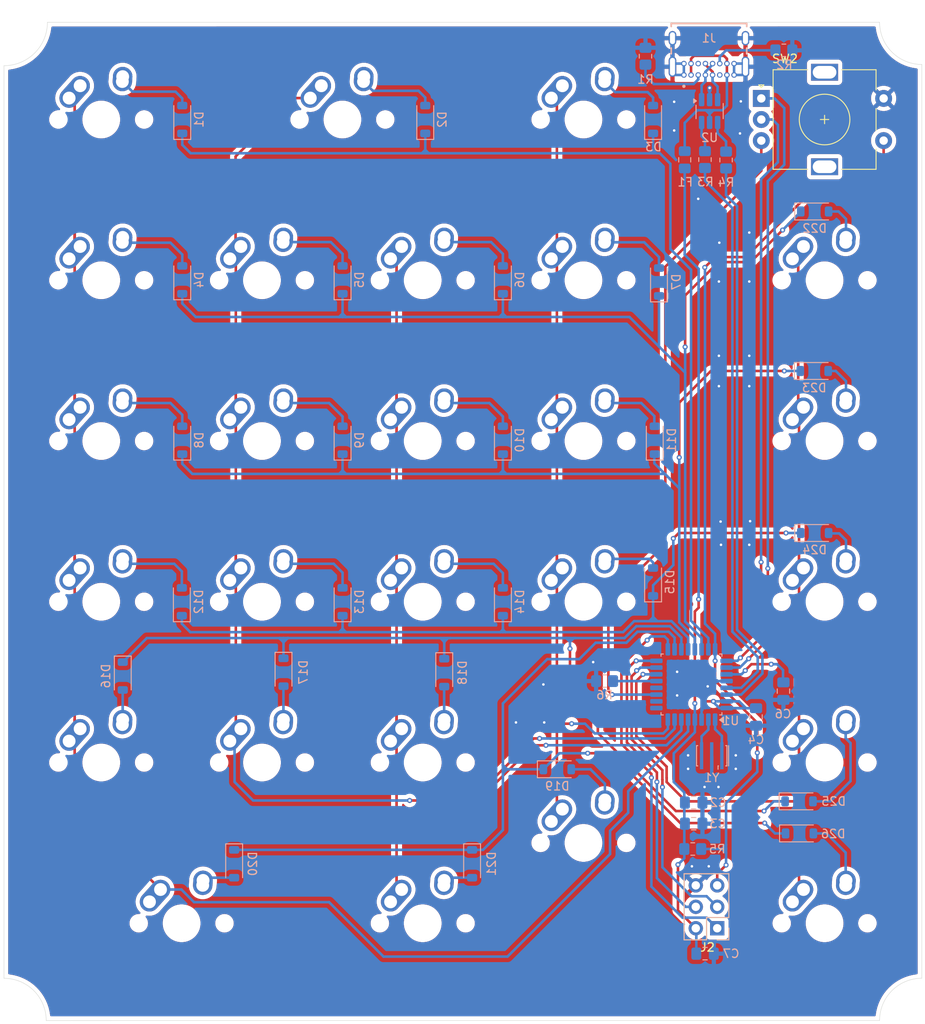
<source format=kicad_pcb>
(kicad_pcb (version 20241229) (generator "pcbnew") (generator_version "9.0")
  (layers (0 "F.Cu" signal) (2 "B.Cu" signal) (5 "F.SilkS" user "F.Silkscreen") (7 "B.SilkS" user "B.Silkscreen") (1 "F.Mask" user) (3 "B.Mask" user) (25 "Edge.Cuts" user))
  (net 0 "")
  (net 1 "Net-(D1-A)")
  (net 2 "Net-(D2-A)")
  (net 3 "Net-(D3-A)")
  (net 4 "Net-(D4-A)")
  (net 5 "Net-(D5-A)")
  (net 6 "Net-(D6-A)")
  (net 7 "Net-(D7-A)")
  (net 8 "Net-(D8-A)")
  (net 9 "Net-(D9-A)")
  (net 10 "Net-(D10-A)")
  (net 11 "Net-(D11-A)")
  (net 12 "Net-(D12-A)")
  (net 13 "Net-(D13-A)")
  (net 14 "Net-(D14-A)")
  (net 15 "Net-(D15-A)")
  (net 16 "Net-(D16-A)")
  (net 17 "Net-(D17-A)")
  (net 18 "Net-(D18-A)")
  (net 19 "Net-(D19-A)")
  (net 20 "Net-(D20-A)")
  (net 21 "Net-(D21-A)")
  (net 22 "Net-(D22-A)")
  (net 23 "Net-(D23-A)")
  (net 24 "Net-(D24-A)")
  (net 25 "Net-(D25-A)")
  (net 26 "GND")
  (net 27 "Net-(J1-CC2)")
  (net 28 "Net-(J1-CC1)")
  (net 29 "+5V")
  (net 30 "/row1")
  (net 32 "/row2")
  (net 33 "/row3")
  (net 34 "/row4")
  (net 35 "Net-(R3-Pad1)")
  (net 37 "Net-(R4-Pad1)")
  (net 38 "/row5")
  (net 39 "/row6")
  (net 40 "RESET")
  (net 41 "/col1")
  (net 42 "MISO")
  (net 43 "MOSI")
  (net 44 "SCK")
  (net 45 "/col2")
  (net 46 "/col4")
  (net 47 "/col3")
  (net 48 "/col5")
  (net 49 "Net-(U1-UCAP)")
  (net 50 "/VBUS")
  (net 51 "/ENC_A")
  (net 52 "Net-(U1-XTAL1)")
  (net 53 "/ENC_C")
  (net 55 "Net-(U1-PC0{slash}XTAL2)")
  (net 56 "Net-(U1-~{HWB}{slash}PD7)")
  (net 57 "/ENC_B")
  (net 59 "Net-(D26-A)")
  (net 60 "usbD-")
  (net 61 "usbD+")
  (net 62 "/D+")
  (net 63 "/D-")
  (footprint "alpsMX:MX-Alps-Hybrid-1U" (layer "F.Cu") (at 122.555 171.45)
    (property "Reference" "S10")
    (property "Value" "~")
  )
  (footprint "alpsMX:MX-Alps-Hybrid-1U" (layer "F.Cu") (at 141.605 171.45)
    (property "Reference" "S11")
    (property "Value" "~")
  )
  (footprint "alpsMX:MX-Alps-Hybrid-1U" (layer "F.Cu") (at 103.505 171.45)
    (property "Reference" "S9")
    (property "Value" "~")
  )
  (footprint "alpsMX:MX-Alps-Hybrid-1U" (layer "F.Cu") (at 84.455 209.55)
    (property "Reference" "S16")
    (property "Value" "~")
  )
  (footprint "alpsMX:MX-Alps-Hybrid-1U" (layer "F.Cu") (at 84.455 190.5)
    (property "Reference" "S12")
    (property "Value" "~")
  )
  (footprint "alpsMX:MX-Alps-Hybrid-2U-Vertical-nostab" (layer "F.Cu") (at 141.605 219.075)
    (property "Reference" "S19")
    (property "Value" "~")
  )
  (footprint "alpsMX:MX-Alps-Hybrid-1U" (layer "F.Cu") (at 170.18 209.55)
    (property "Reference" "S25")
    (property "Value" "~")
  )
  (footprint "alpsMX:MX-Alps-Hybrid-1U" (layer "F.Cu") (at 141.605 152.4)
    (property "Reference" "S7")
    (property "Value" "~")
  )
  (footprint "Connector_PinHeader_2.54mm:PinHeader_2x03_P2.54mm_Vertical" (layer "F.Cu") (at 157.455 229.19 180)
    (property "Reference" "J2")
    (property "Value" "AVR-ISP-6")
  )
  (footprint "alpsMX:MX-Alps-Hybrid-1U" (layer "F.Cu") (at 122.555 209.55)
    (property "Reference" "S18")
    (property "Value" "~")
  )
  (footprint "alpsMX:MX-Alps-Hybrid-1U" (layer "F.Cu") (at 170.18 171.45)
    (property "Reference" "S23")
    (property "Value" "~")
  )
  (footprint "alpsMX:MX-Alps-Hybrid-1U" (layer "F.Cu") (at 103.505 152.4)
    (property "Reference" "S5")
    (property "Value" "~")
  )
  (footprint "alpsMX:MX-Alps-Hybrid-1U" (layer "F.Cu") (at 84.455 171.45)
    (property "Reference" "S8")
    (property "Value" "~")
  )
  (footprint "alpsMX:MX-Alps-Hybrid-1U" (layer "F.Cu") (at 170.18 228.6)
    (property "Reference" "S26")
    (property "Value" "~")
  )
  (footprint "alpsMX:MX-Alps-Hybrid-1U" (layer "F.Cu") (at 103.505 190.5)
    (property "Reference" "S13")
    (property "Value" "~")
  )
  (footprint "Rotary_Encoder:RotaryEncoder_Alps_EC11E-Switch_Vertical_H20mm" (layer "F.Cu") (at 162.68 130.85)
    (property "Reference" "SW2")
    (property "Value" "RotaryEncoder_Switch")
  )
  (footprint "alpsMX:MX-Alps-Hybrid-1U" (layer "F.Cu") (at 84.455 152.4)
    (property "Reference" "S4")
    (property "Value" "~")
  )
  (footprint "alpsMX:MX-Alps-Hybrid-1U" (layer "F.Cu") (at 84.455 133.35)
    (property "Reference" "S1")
    (property "Value" "~")
  )
  (footprint "alpsMX:MX-Alps-Hybrid-1U" (layer "F.Cu") (at 170.18 190.5)
    (property "Reference" "S24")
    (property "Value" "~")
  )
  (footprint "alpsMX:MX-Alps-Hybrid-1U" (layer "F.Cu") (at 170.18 152.4)
    (property "Reference" "S22")
    (property "Value" "~")
  )
  (footprint "alpsMX:MX-Alps-Hybrid-2U-nostab" (layer "F.Cu") (at 113.037 133.35)
    (property "Reference" "S2")
    (property "Value" "~")
  )
  (footprint "alpsMX:MX-Alps-Hybrid-1U" (layer "F.Cu") (at 122.555 152.4)
    (property "Reference" "S6")
    (property "Value" "~")
  )
  (footprint "alpsMX:MX-Alps-Hybrid-2U-nostab" (layer "F.Cu") (at 93.98 228.6)
    (property "Reference" "S20")
    (property "Value" "~")
  )
  (footprint "alpsMX:MX-Alps-Hybrid-1U" (layer "F.Cu") (at 141.605 190.5)
    (property "Reference" "S15")
    (property "Value" "~")
  )
  (footprint "alpsMX:MX-Alps-Hybrid-1U" (layer "F.Cu") (at 122.555 228.6)
    (property "Reference" "S21")
    (property "Value" "~")
  )
  (footprint "alpsMX:MX-Alps-Hybrid-1U" (layer "F.Cu") (at 122.555 190.5)
    (property "Reference" "S14")
    (property "Value" "~")
  )
  (footprint "alpsMX:MX-Alps-Hybrid-1U" (layer "F.Cu") (at 103.505 209.55)
    (property "Reference" "S17")
    (property "Value" "~")
  )
  (footprint "alpsMX:MX-Alps-Hybrid-1U" (layer "F.Cu") (at 141.605 133.35)
    (property "Reference" "S3")
    (property "Value" "~")
  )
  (footprint "Diode_SMD:D_SOD-123" (layer "B.Cu") (at 113.055 152.35 90)
    (property "Reference" "D5")
    (property "Value" "BAV16W" (hide yes))
  )
  (footprint "Resistor_SMD:R_0805_2012Metric_Pad1.20x1.40mm_HandSolder" (layer "B.Cu") (at 144.105 199.9)
    (property "Reference" "R6")
    (property "Value" "10k" (hide yes))
  )
  (footprint "Diode_SMD:D_SOD-123" (layer "B.Cu") (at 94.005 190.5 90)
    (property "Reference" "D12")
    (property "Value" "BAV16W" (hide yes))
  )
  (footprint "Resistor_SMD:R_0805_2012Metric_Pad1.20x1.40mm_HandSolder" (layer "B.Cu") (at 158.505 138.15 -90)
    (property "Reference" "R4")
    (property "Value" "22" (hide yes))
  )
  (footprint "Package_QFP:TQFP-32_7x7mm_P0.8mm" (layer "B.Cu") (at 154.405 200.3 90)
    (property "Reference" "U1")
    (property "Value" "ATmega32U2-A")
  )
  (footprint "Diode_SMD:D_SOD-123" (layer "B.Cu") (at 169.005 182.35)
    (property "Reference" "D24")
    (property "Value" "BAV16W" (hide yes))
  )
  (footprint "Resistor_SMD:R_0805_2012Metric_Pad1.20x1.40mm_HandSolder" (layer "B.Cu") (at 156.005 138.1 -90)
    (property "Reference" "R3")
    (property "Value" "22" (hide yes))
  )
  (footprint "Diode_SMD:D_SOD-123" (layer "B.Cu") (at 132.055 152.35 90)
    (property "Reference" "D6")
    (property "Value" "BAV16W" (hide yes))
  )
  (footprint "Resistor_SMD:R_0805_2012Metric_Pad1.20x1.40mm_HandSolder" (layer "B.Cu") (at 165.355 125.15)
    (property "Reference" "R2")
    (property "Value" "5.1k" (hide yes))
  )
  (footprint "Diode_SMD:D_SOD-123" (layer "B.Cu") (at 113.055 190.5 90)
    (property "Reference" "D13")
    (property "Value" "BAV16W" (hide yes))
  )
  (footprint "Diode_SMD:D_SOD-123" (layer "B.Cu") (at 125.105 198.9 -90)
    (property "Reference" "D18")
    (property "Value" "BAV16W" (hide yes))
  )
  (footprint "Diode_SMD:D_SOD-123" (layer "B.Cu") (at 167.155 214.15)
    (property "Reference" "D25")
    (property "Value" "BAV16W" (hide yes))
  )
  (footprint "Resistor_SMD:R_0805_2012Metric_Pad1.20x1.40mm_HandSolder" (layer "B.Cu") (at 148.955 125.85 90)
    (property "Reference" "R1")
    (property "Value" "5.1k" (hide yes))
  )
  (footprint "Diode_SMD:D_SOD-123" (layer "B.Cu") (at 150.555 152.6 90)
    (property "Reference" "D7")
    (property "Value" "BAV16W" (hide yes))
  )
  (footprint "Diode_SMD:D_SOD-123" (layer "B.Cu") (at 94.055 152.35 90)
    (property "Reference" "D4")
    (property "Value" "BAV16W" (hide yes))
  )
  (footprint "Diode_SMD:D_SOD-123" (layer "B.Cu") (at 167.205 217.95)
    (property "Reference" "D26")
    (property "Value" "BAV16W" (hide yes))
  )
  (footprint "usbCthroughhole:GCT_USB4085-GF-A_REVB" (layer "B.Cu") (at 156.48 123.7125)
    (property "Reference" "J1")
    (property "Value" "USB4085-GF-A_REVB" (hide yes))
  )
  (footprint "Diode_SMD:D_SOD-123" (layer "B.Cu") (at 100.205 221.55 -90)
    (property "Reference" "D20")
    (property "Value" "BAV16W")
  )
  (footprint "Capacitor_SMD:C_0805_2012Metric_Pad1.18x1.45mm_HandSolder" (layer "B.Cu") (at 162.055 204.15 -90)
    (property "Reference" "C4")
    (property "Value" "0.1uF" (hide yes))
  )
  (footprint "Fuse:Fuse_0805_2012Metric_Pad1.15x1.40mm_HandSolder" (layer "B.Cu") (at 153.605 138.125 90)
    (property "Reference" "F1")
    (property "Value" "500mA" (hide yes))
  )
  (footprint "Capacitor_SMD:C_0805_2012Metric_Pad1.18x1.45mm_HandSolder" (layer "B.Cu") (at 154.6675 216.8)
    (property "Reference" "C3")
    (property "Value" "10uF" (hide yes))
  )
  (footprint "Diode_SMD:D_SOD-123" (layer "B.Cu") (at 122.855 133.35 90)
    (property "Reference" "D2")
    (property "Value" "BAV16W" (hide yes))
  )
  (footprint "Diode_SMD:D_SOD-123" (layer "B.Cu") (at 94.055 171.35 90)
    (property "Reference" "D8")
    (property "Value" "BAV16W" (hide yes))
  )
  (footprint "Capacitor_SMD:C_0805_2012Metric_Pad1.18x1.45mm_HandSolder" (layer "B.Cu") (at 156.0175 232.2)
    (property "Reference" "C7")
    (property "Value" "0.1uF" (hide yes))
  )
  (footprint "Diode_SMD:D_SOD-123" (layer "B.Cu") (at 150.055 171.35 90)
    (property "Reference" "D11")
    (property "Value" "BAV16W" (hide yes))
  )
  (footprint "Diode_SMD:D_SOD-123" (layer "B.Cu") (at 168.955 163.15)
    (property "Reference" "D23")
    (property "Value" "BAV16W" (hide yes))
  )
  (footprint "Package_TO_SOT_SMD:SOT-23-6_Handsoldering" (layer "B.Cu") (at 156.555 132.35 -90)
    (property "Reference" "U2")
    (property "Value" "USBLC6-2SC6" (hide yes))
  )
  (footprint "Resistor_SMD:R_0805_2012Metric_Pad1.20x1.40mm_HandSolder" (layer "B.Cu") (at 154.555 219.8)
    (property "Reference" "R5")
    (property "Value" "10k" (hide yes))
  )
  (footprint "Diode_SMD:D_SOD-123" (layer "B.Cu") (at 128.405 221.55 -90)
    (property "Reference" "D21")
    (property "Value" "BAV16W")
  )
  (footprint "Diode_SMD:D_SOD-123" (layer "B.Cu") (at 132.055 171.35 90)
    (property "Reference" "D10")
    (property "Value" "BAV16W" (hide yes))
  )
  (footprint "Diode_SMD:D_SOD-123" (layer "B.Cu") (at 132.055 190.5 90)
    (property "Reference" "D14")
    (property "Value" "BAV16W" (hide yes))
  )
  (footprint "Diode_SMD:D_SOD-123" (layer "B.Cu") (at 87.005 199.3 -90)
    (property "Reference" "D16")
    (property "Value" "BAV16W" (hide yes))
  )
  (footprint "Diode_SMD:D_SOD-123" (layer "B.Cu") (at 113.055 171.35 90)
    (property "Reference" "D9")
    (property "Value" "BAV16W" (hide yes))
  )
  (footprint "Diode_SMD:D_SOD-123" (layer "B.Cu") (at 138.505 210.35)
    (property "Reference" "D19")
    (property "Value" "BAV16W" (hide yes))
  )
  (footprint "Diode_SMD:D_SOD-123" (layer "B.Cu") (at 149.855 188.15 90)
    (property "Reference" "D15")
    (property "Value" "BAV16W" (hide yes))
  )
  (footprint "Diode_SMD:D_SOD-123" (layer "B.Cu") (at 94.055 133.35 90)
    (property "Reference" "D1")
    (property "Value" "BAV16W" (hide yes))
  )
  (footprint "Crystal:Resonator_SMD_Murata_CSTxExxV-3Pin_3.0x1.1mm_HandSoldering" (layer "B.Cu") (at 156.805 208.75 180)
    (property "Reference" "Y1")
    (property "Value" "16MHz")
  )
  (footprint "Diode_SMD:D_SOD-123" (layer "B.Cu") (at 169.005 144.25)
    (property "Reference" "D22")
    (property "Value" "BAV16W" (hide yes))
  )
  (footprint "Diode_SMD:D_SOD-123" (layer "B.Cu") (at 149.855 133.35 90)
    (property "Reference" "D3")
    (property "Value" "BAV16W" (hide yes))
  )
  (footprint "Capacitor_SMD:C_0805_2012Metric_Pad1.18x1.45mm_HandSolder" (layer "B.Cu") (at 154.6675 214.3)
    (property "Reference" "C2")
    (property "Value" "0.1uF")
  )
  (footprint "Diode_SMD:D_SOD-123" (layer "B.Cu") (at 106.055 198.85 -90)
    (property "Reference" "D17")
    (property "Value" "BAV16W" (hide yes))
  )
  (footprint "Capacitor_SMD:C_0805_2012Metric_Pad1.18x1.45mm_HandSolder" (layer "B.Cu") (at 165.305 201.0875 -90)
    (property "Reference" "C6")
    (property "Value" "1uF" (hide yes))
  )
  (gr_line (start 72.93 235.122855) (end 72.93 126.971964) (stroke (width 0.05)) (layer "Edge.Cuts"))
  (gr_arc (start 181.705 126.827768) (mid 178.167424 125.362511) (end 176.701979 121.825012) (stroke (width 0.05)) (layer "Edge.Cuts"))
  (gr_arc (start 78.076962 121.83014) (mid 76.567636 125.46627) (end 72.93 126.971965) (stroke (width 0.05)) (layer "Edge.Cuts"))
  (gr_line (start 176.701979 121.825012) (end 78.076962 121.83014) (stroke (width 0.05)) (layer "Edge.Cuts"))
  (gr_arc (start 72.93 235.122855) (mid 76.467051 236.587949) (end 77.932145 240.125) (stroke (width 0.05)) (layer "Edge.Cuts"))
  (gr_line (start 181.705 235.115952) (end 181.705 126.827962) (stroke (width 0.05)) (layer "Edge.Cuts"))
  (gr_arc (start 176.700952 240.12) (mid 178.166604 236.581604) (end 181.705 235.115952) (stroke (width 0.05)) (layer "Edge.Cuts"))
  (gr_line (start 77.93365 240.12477) (end 176.700952 240.12023) (stroke (width 0.05)) (layer "Edge.Cuts"))
  (segment (start 94.055 131.625) (end 94.055 130.85) (width 0.3048) (layer "B.Cu") (net 1))
  (segment (start 94.055 130.85) (end 93.255 130.05) (width 0.3048) (layer "B.Cu") (net 1))
  (segment (start 88.155 130.05) (end 86.955 128.85) (width 0.3048) (layer "B.Cu") (net 1))
  (segment (start 93.255 130.05) (end 88.155 130.05) (width 0.3048) (layer "B.Cu") (net 1))
  (segment (start 116.637 129.95) (end 115.537 128.85) (width 0.3048) (layer "B.Cu") (net 2))
  (segment (start 122.855 131.625) (end 122.855 130.75) (width 0.3048) (layer "B.Cu") (net 2))
  (segment (start 122.855 130.75) (end 122.055 129.95) (width 0.3048) (layer "B.Cu") (net 2))
  (segment (start 122.055 129.95) (end 116.637 129.95) (width 0.3048) (layer "B.Cu") (net 2))
  (segment (start 149.855 130.75) (end 149.855 131.7) (width 0.3048) (layer "B.Cu") (net 3))
  (segment (start 144.105 128.85) (end 145.355 130.1) (width 0.3048) (layer "B.Cu") (net 3))
  (segment (start 149.205 130.1) (end 149.855 130.75) (width 0.3048) (layer "B.Cu") (net 3))
  (segment (start 145.355 130.1) (end 149.205 130.1) (width 0.3048) (layer "B.Cu") (net 3))
  (segment (start 87.005 147.95) (end 86.955 147.9) (width 0.3048) (layer "B.Cu") (net 4))
  (segment (start 92.655 147.95) (end 94.055 149.35) (width 0.3048) (layer "B.Cu") (net 4))
  (segment (start 94.055 149.35) (end 94.055 150.7) (width 0.3048) (layer "B.Cu") (net 4))
  (segment (start 92.655 147.95) (end 87.005 147.95) (width 0.3048) (layer "B.Cu") (net 4))
  (segment (start 106.03 147.875) (end 106.005 147.9) (width 0.3048) (layer "B.Cu") (net 5))
  (segment (start 113.055 149.275) (end 113.055 150.625) (width 0.3048) (layer "B.Cu") (net 5))
  (segment (start 111.655 147.875) (end 106.03 147.875) (width 0.3048) (layer "B.Cu") (net 5))
  (segment (start 111.655 147.875) (end 113.055 149.275) (width 0.3048) (layer "B.Cu") (net 5))
  (segment (start 130.655 147.875) (end 125.08 147.875) (width 0.3048) (layer "B.Cu") (net 6))
  (segment (start 130.655 147.875) (end 132.055 149.275) (width 0.3048) (layer "B.Cu") (net 6))
  (segment (start 125.08 147.875) (end 125.055 147.9) (width 0.3048) (layer "B.Cu") (net 6))
  (segment (start 132.055 149.275) (end 132.055 150.625) (width 0.3048) (layer "B.Cu") (net 6))
  (segment (start 150.555 149.65) (end 150.555 150.95) (width 0.3048) (layer "B.Cu") (net 7))
  (segment (start 144.105 147.9) (end 148.805 147.9) (width 0.3048) (layer "B.Cu") (net 7))
  (segment (start 148.805 147.9) (end 150.555 149.65) (width 0.3048) (layer "B.Cu") (net 7))
  (segment (start 92.655 166.95) (end 94.055 168.35) (width 0.3048) (layer "B.Cu") (net 8))
  (segment (start 94.055 168.35) (end 94.055 169.7) (width 0.3048) (layer "B.Cu") (net 8))
  (segment (start 86.955 166.95) (end 92.655 166.95) (width 0.3048) (layer "B.Cu") (net 8))
  (segment (start 106.005 166.95) (end 111.455 166.95) (width 0.3048) (layer "B.Cu") (net 9))
  (segment (start 111.455 166.95) (end 113.055 168.55) (width 0.3048) (layer "B.Cu") (net 9))
  (segment (start 113.055 168.55) (end 113.055 169.7) (width 0.3048) (layer "B.Cu") (net 9))
  (segment (start 125.055 166.95) (end 130.455 166.95) (width 0.3048) (layer "B.Cu") (net 10))
  (segment (start 130.455 166.95) (end 132.055 168.55) (width 0.3048) (layer "B.Cu") (net 10))
  (segment (start 132.055 168.55) (end 132.055 169.7) (width 0.3048) (layer "B.Cu") (net 10))
  (segment (start 150.005 168.5) (end 150.005 169.7) (width 0.3048) (layer "B.Cu") (net 11))
  (segment (start 148.455 166.95) (end 150.005 168.5) (width 0.3048) (layer "B.Cu") (net 11))
  (segment (start 144.105 166.95) (end 148.455 166.95) (width 0.3048) (layer "B.Cu") (net 11))
  (segment (start 94.005 186.9) (end 94.005 188.85) (width 0.3048) (layer "B.Cu") (net 12))
  (segment (start 93.105 186) (end 94.005 186.9) (width 0.3048) (layer "B.Cu") (net 12))
  (segment (start 86.955 186) (end 93.105 186) (width 0.3048) (layer "B.Cu") (net 12))
  (segment (start 106.005 186) (end 112.005 186) (width 0.3048) (layer "B.Cu") (net 13))
  (segment (start 112.005 186) (end 113.055 187.05) (width 0.3048) (layer "B.Cu") (net 13))
  (segment (start 113.055 187.05) (end 113.055 188.85) (width 0.3048) (layer "B.Cu") (net 13))
  (segment (start 132.055 187.1) (end 132.055 188.85) (width 0.3048) (layer "B.Cu") (net 14))
  (segment (start 130.955 186) (end 132.055 187.1) (width 0.3048) (layer "B.Cu") (net 14))
  (segment (start 125.055 186) (end 130.955 186) (width 0.3048) (layer "B.Cu") (net 14))
  (segment (start 149.855 186.5) (end 149.855 185.85) (width 0.3048) (layer "B.Cu") (net 15))
  (segment (start 149.425 185.42) (end 144.145 185.42) (width 0.3048) (layer "B.Cu") (net 15))
  (segment (start 149.855 185.85) (end 149.425 185.42) (width 0.3048) (layer "B.Cu") (net 15))
  (segment (start 86.995 200.96) (end 87.005 200.95) (width 0.3048) (layer "B.Cu") (net 16))
  (segment (start 86.995 204.47) (end 86.995 200.96) (width 0.3048) (layer "B.Cu") (net 16))
  (segment (start 106.045 204.47) (end 106.045 200.51) (width 0.3048) (layer "B.Cu") (net 17))
  (segment (start 106.045 200.51) (end 106.055 200.5) (width 0.3048) (layer "B.Cu") (net 17))
  (segment (start 125.095 200.56) (end 125.105 200.55) (width 0.3048) (layer "B.Cu") (net 18))
  (segment (start 125.095 204.47) (end 125.095 200.56) (width 0.3048) (layer "B.Cu") (net 18))
  (segment (start 144.145 213.995) (end 144.145 212.06) (width 0.3048) (layer "B.Cu") (net 19))
  (segment (start 142.455 210.35) (end 140.155 210.35) (width 0.3048) (layer "B.Cu") (net 19))
  (segment (start 142.455 210.37) (end 144.145 212.06) (width 0.3048) (layer "B.Cu") (net 19))
  (segment (start 142.455 210.35) (end 142.455 210.37) (width 0.3048) (layer "B.Cu") (net 19))
  (segment (start 96.84 223.2) (end 100.205 223.2) (width 0.3048) (layer "B.Cu") (net 20))
  (segment (start 96.52 223.52) (end 96.84 223.2) (width 0.3048) (layer "B.Cu") (net 20))
  (segment (start 125.415 223.2) (end 128.405 223.2) (width 0.3048) (layer "B.Cu") (net 21))
  (segment (start 125.095 223.52) (end 125.415 223.2) (width 0.3048) (layer "B.Cu") (net 21))
  (segment (start 172.72 145.14) (end 171.83 144.25) (width 0.3048) (layer "B.Cu") (net 22))
  (segment (start 172.72 147.86) (end 172.68 147.9) (width 0.8) (layer "B.Cu") (net 22))
  (segment (start 172.72 147.32) (end 172.72 145.14) (width 0.3048) (layer "B.Cu") (net 22))
  (segment (start 171.83 144.25) (end 170.655 144.25) (width 0.3048) (layer "B.Cu") (net 22))
  (segment (start 172.72 166.37) (end 172.72 164.365) (width 0.3048) (layer "B.Cu") (net 23))
  (segment (start 171.505 163.15) (end 170.605 163.15) (width 0.3048) (layer "B.Cu") (net 23))
  (segment (start 172.72 164.365) (end 171.505 163.15) (width 0.3048) (layer "B.Cu") (net 23))
  (segment (start 172.72 185.42) (end 172.72 183.215) (width 0.3048) (layer "B.Cu") (net 24))
  (segment (start 172.72 183.215) (end 171.905 182.4) (width 0.3048) (layer "B.Cu") (net 24))
  (segment (start 171.905 182.4) (end 170.805 182.4) (width 0.3048) (layer "B.Cu") (net 24))
  (segment (start 170.855 214.15) (end 168.805 214.15) (width 0.3048) (layer "B.Cu") (net 25))
  (segment (start 172.68 206.675) (end 173.255 207.25) (width 0.3048) (layer "B.Cu") (net 25))
  (segment (start 172.68 205.05) (end 172.68 206.675) (width 0.3048) (layer "B.Cu") (net 25))
  (segment (start 173.255 211.75) (end 170.855 214.15) (width 0.3048) (layer "B.Cu") (net 25))
  (segment (start 173.255 207.25) (end 173.255 211.75) (width 0.3048) (layer "B.Cu") (net 25))
  (via (at 154.455 221.85) (size 0.6) (drill 0.3) (layers "F.Cu" "B.Cu") (net 26))
  (via (at 156.555 129.6) (size 0.6) (drill 0.3) (layers "F.Cu" "B.Cu") (net 26))
  (via (at 152.705 201.6) (size 0.6) (drill 0.3) (layers "F.Cu" "B.Cu") (net 26))
  (via (at 152.355 134.65) (size 0.6) (drill 0.3) (layers "F.Cu" "B.Cu") (net 26))
  (via (at 157.605 212.45) (size 0.6) (drill 0.3) (layers "F.Cu" "B.Cu") (net 26))
  (via (at 159.655 208.7) (size 0.6) (drill 0.3) (layers "F.Cu" "B.Cu") (net 26))
  (via (at 157.655 164.95) (size 0.6) (drill 0.3) (layers "F.Cu" "B.Cu") (net 26))
  (via (at 154.005 210.3) (size 0.6) (drill 0.3) (layers "F.Cu" "B.Cu") (net 26))
  (via (at 136.855 200.3) (size 0.6) (drill 0.3) (layers "F.Cu" "B.Cu") (net 26))
  (via (at 160.155 135) (size 0.6) (drill 0.3) (layers "F.Cu" "B.Cu") (net 26))
  (via (at 155.955 212.45) (size 0.6) (drill 0.3) (layers "F.Cu" "B.Cu") (net 26))
  (via (at 142.755 197.65) (size 0.6) (drill 0.3) (layers "F.Cu" "B.Cu") (net 26))
  (via (at 161.255 183.75) (size 0.6) (drill 0.3) (layers "F.Cu" "B.Cu") (net 26))
  (via (at 157.855 181) (size 0.6) (drill 0.3) (layers "F.Cu" "B.Cu") (net 26))
  (via (at 161.255 146.75) (size 0.6) (drill 0.3) (layers "F.Cu" "B.Cu") (net 26))
  (via (at 155.205 142.75) (size 0.6) (drill 0.3) (layers "F.Cu" "B.Cu") (net 26))
  (via (at 157.655 152.55) (size 0.6) (drill 0.3) (layers "F.Cu" "B.Cu") (net 26))
  (via (at 133.605 204.8) (size 0.6) (drill 0.3) (layers "F.Cu" "B.Cu") (net 26))
  (via (at 157.705 147.95) (size 0.6) (drill 0.3) (layers "F.Cu" "B.Cu") (net 26))
  (via (at 136.955 204.8) (size 0.6) (drill 0.3) (layers "F.Cu" "B.Cu") (net 26))
  (via (at 157.655 161.35) (size 0.6) (drill 0.3) (layers "F.Cu" "B.Cu") (net 26))
  (via (at 161.255 152.55) (size 0.6) (drill 0.3) (layers "F.Cu" "B.Cu") (net 26))
  (via (at 152.355 131.25) (size 0.6) (drill 0.3) (layers "F.Cu" "B.Cu") (net 26))
  (via (at 156.455 221.85) (size 0.6) (drill 0.3) (layers "F.Cu" "B.Cu") (net 26))
  (via (at 154.005 208.7) (size 0.6) (drill 0.3) (layers "F.Cu" "B.Cu") (net 26))
  (via (at 159.655 210.3) (size 0.6) (drill 0.3) (layers "F.Cu" "B.Cu") (net 26))
  (via (at 161.355 180.95) (size 0.6) (drill 0.3) (layers "F.Cu" "B.Cu") (net 26))
  (via (at 156.33 200.525) (size 0.6) (drill 0.3) (layers "F.Cu" "B.Cu") (net 26))
  (via (at 161.255 164.95) (size 0.6) (drill 0.3) (layers "F.Cu" "B.Cu") (net 26))
  (via (at 161.255 161.35) (size 0.6) (drill 0.3) (layers "F.Cu" "B.Cu") (net 26))
  (via (at 152.705 198.8) (size 0.6) (drill 0.3) (layers "F.Cu" "B.Cu") (net 26))
  (via (at 157.905 183.75) (size 0.6) (drill 0.3) (layers "F.Cu" "B.Cu") (net 26))
  (via (at 160.255 131.2) (size 0.6) (drill 0.3) (layers "F.Cu" "B.Cu") (net 26))
  (segment (start 153.505 126.7225) (end 153.505 128.0725) (width 0.3048) (layer "B.Cu") (net 26))
  (segment (start 158.5675 199.9) (end 156.955 199.9) (width 0.3048) (layer "B.Cu") (net 26))
  (segment (start 160.435 126.7225) (end 160.805 127.0925) (width 0.3048) (layer "B.Cu") (net 26))
  (segment (start 153.505 126.7225) (end 152.525 126.7225) (width 0.3048) (layer "B.Cu") (net 26))
  (segment (start 159.455 128.0725) (end 159.455 126.7225) (width 0.3048) (layer "B.Cu") (net 26))
  (segment (start 156.555 131) (end 156.555 129.6) (width 0.3048) (layer "B.Cu") (net 26))
  (segment (start 152.525 126.7225) (end 152.155 127.0925) (width 0.3048) (layer "B.Cu") (net 26))
  (segment (start 159.455 126.7225) (end 160.435 126.7225) (width 0.3048) (layer "B.Cu") (net 26))
  (segment (start 153.505 128.0725) (end 152.155 128.0725) (width 0.3048) (layer "B.Cu") (net 26))
  (segment (start 155.605 201.25) (end 155.605 204.4625) (width 0.3048) (layer "B.Cu") (net 26))
  (segment (start 156.33 200.525) (end 155.605 201.25) (width 0.3048) (layer "B.Cu") (net 26))
  (segment (start 156.955 199.9) (end 156.33 200.525) (width 0.3048) (layer "B.Cu") (net 26))
  (segment (start 152.155 128.0725) (end 152.155 127.0925) (width 0.3048) (layer "B.Cu") (net 26))
  (segment (start 159.455 128.0725) (end 160.805 128.0725) (width 0.3048) (layer "B.Cu") (net 26))
  (segment (start 160.805 128.0725) (end 160.805 127.0925) (width 0.3048) (layer "B.Cu") (net 26))
  (segment (start 158.505 125.15) (end 164.355 125.15) (width 0.3048) (layer "B.Cu") (net 27))
  (segment (start 157.755 126.65) (end 157.755 125.9) (width 0.3048) (layer "B.Cu") (net 27))
  (segment (start 157.755 125.9) (end 158.505 125.15) (width 0.3048) (layer "B.Cu") (net 27))
  (segment (start 155.205 128) (end 155.205 128.6) (width 0.3048) (layer "B.Cu") (net 28))
  (segment (start 154.655 129.15) (end 149.93 129.15) (width 0.3048) (layer "B.Cu") (net 28))
  (segment (start 148.955 128.175) (end 148.955 126.85) (width 0.3048) (layer "B.Cu") (net 28))
  (segment (start 155.205 128.6) (end 154.655 129.15) (width 0.3048) (layer "B.Cu") (net 28))
  (segment (start 149.93 129.15) (end 148.955 128.175) (width 0.3048) (layer "B.Cu") (net 28))
  (segment (start 157.005 202.3) (end 156.105 202.3) (width 0.3048) (layer "F.Cu") (net 29))
  (segment (start 154.805 201) (end 154.805 202.55) (width 0.3048) (layer "F.Cu") (net 29))
  (segment (start 152.805 221.65) (end 152.805 227.08) (width 0.3048) (layer "F.Cu") (net 29))
  (segment (start 154.805 191.6512) (end 154.805 201) (width 0.3048) (layer "F.Cu") (net 29))
  (segment (start 155.255 190.2) (end 155.255 191.2012) (width 0.3048) (layer "F.Cu") (net 29))
  (segment (start 152.805 227.08) (end 154.915 229.19) (width 0.3048) (layer "F.Cu") (net 29))
  (segment (start 156.105 202.3) (end 154.805 201) (width 0.3048) (layer "F.Cu") (net 29))
  (segment (start 155.255 191.2012) (end 154.805 191.6512) (width 0.3048) (layer "F.Cu") (net 29))
  (via (at 154.805 202.55) (size 0.6) (drill 0.3) (layers "F.Cu" "B.Cu") (net 29))
  (via (at 155.255 190.2) (size 0.6) (drill 0.3) (layers "F.Cu" "B.Cu") (net 29))
  (via (at 157.005 202.3) (size 0.6) (drill 0.3) (layers "F.Cu" "B.Cu") (net 29))
  (via (at 152.805 221.65) (size 0.6) (drill 0.3) (layers "F.Cu" "B.Cu") (net 29))
  (segment (start 153.555 220.9) (end 153.555 213.1) (width 0.3048) (layer "B.Cu") (net 29))
  (segment (start 154.98 229.255) (end 154.915 229.19) (width 0.3048) (layer "B.Cu") (net 29))
  (segment (start 158.5675 203.1) (end 160.855 203.1) (width 0.3048) (layer "B.Cu") (net 29))
  (segment (start 155.255 190.2) (end 155.255 151.05) (width 0.3048) (layer "B.Cu") (net 29))
  (segment (start 152.305 211.85) (end 152.305 208.46531) (width 0.3048) (layer "B.Cu") (net 29))
  (segment (start 157.005 202.3) (end 158.5675 202.3) (width 0.3048) (layer "B.Cu") (net 29))
  (segment (start 153.605 139.15) (end 153.605 149.4) (width 0.3048) (layer "B.Cu") (net 29))
  (segment (start 157.005 202.3) (end 157.005 202.4) (width 0.3048) (layer "B.Cu") (net 29))
  (segment (start 157.005 202.4) (end 157.705 203.1) (width 0.3048) (layer "B.Cu") (net 29))
  (segment (start 153.605 149.4) (end 155.255 151.05) (width 0.3048) (layer "B.Cu") (net 29))
  (segment (start 154.98 232.2) (end 154.98 229.255) (width 0.3048) (layer "B.Cu") (net 29))
  (segment (start 152.305 208.46531) (end 154.805 205.96531) (width 0.3048) (layer "B.Cu") (net 29))
  (segment (start 157.705 203.1) (end 158.5675 203.1) (width 0.3048) (layer "B.Cu") (net 29))
  (segment (start 158.5675 202.3) (end 160.055 202.3) (width 0.3048) (layer "B.Cu") (net 29))
  (segment (start 158.58 203.1125) (end 158.5675 203.1) (width 0.3048) (layer "B.Cu") (net 29))
  (segment (start 152.805 221.65) (end 153.555 220.9) (width 0.3048) (layer "B.Cu") (net 29))
  (segment (start 162.055 203.1125) (end 158.58 203.1125) (width 0.3048) (layer "B.Cu") (net 29))
  (segment (start 160.055 202.3) (end 160.855 203.1) (width 0.3048) (layer "B.Cu") (net 29))
  (segment (start 154.805 205.96531) (end 154.805 204.4625) (width 0.3048) (layer "B.Cu") (net 29))
  (segment (start 154.805 202.55) (end 154.805 204.4625) (width 0.3048) (layer "B.Cu") (net 29))
  (segment (start 153.555 213.1) (end 152.305 211.85) (width 0.3048) (layer "B.Cu") (net 29))
  (segment (start 122.455 137.35) (end 122.855 137.35) (width 0.3048) (layer "B.Cu") (net 30))
  (segment (start 149.455 137.35) (end 149.855 137.35) (width 0.3048) (layer "B.Cu") (net 30))
  (segment (start 122.855 136.95) (end 122.855 137.35) (width 0.3048) (layer "B.Cu") (net 30))
  (segment (start 94.055 136.35) (end 95.055 137.35) (width 0.3048) (layer "B.Cu") (net 30))
  (segment (start 151.905 148.7) (end 154.355 151.15) (width 0.3048) (layer "B.Cu") (net 30))
  (segment (start 122.855 135) (end 122.855 136.95) (width 0.3048) (layer "B.Cu") (net 30))
  (segment (start 149.855 135) (end 149.855 136.95) (width 0.3048) (layer "B.Cu") (net 30))
  (segment (start 156.405 194.80592) (end 156.405 196.1375) (width 0.3048) (layer "B.Cu") (net 30))
  (segment (start 122.855 136.95) (end 122.455 137.35) (width 0.3048) (layer "B.Cu") (net 30))
  (segment (start 150.255 137.35) (end 150.655 137.35) (width 0.3048) (layer "B.Cu") (net 30))
  (segment (start 94.055 135) (end 94.055 136.35) (width 0.3048) (layer "B.Cu") (net 30))
  (segment (start 149.855 136.95) (end 149.855 137.35) (width 0.3048) (layer "B.Cu") (net 30))
  (segment (start 154.355 151.15) (end 154.355 192.75592) (width 0.3048) (layer "B.Cu") (net 30))
  (segment (start 150.655 137.35) (end 151.905 138.6) (width 0.3048) (layer "B.Cu") (net 30))
  (segment (start 95.055 137.35) (end 122.455 137.35) (width 0.3048) (layer "B.Cu") (net 30))
  (segment (start 151.905 138.6) (end 151.905 148.7) (width 0.3048) (layer "B.Cu") (net 30))
  (segment (start 122.855 136.95) (end 123.255 137.35) (width 0.3048) (layer "B.Cu") (net 30))
  (segment (start 149.855 136.95) (end 150.255 137.35) (width 0.3048) (layer "B.Cu") (net 30))
  (segment (start 149.855 137.35) (end 150.255 137.35) (width 0.3048) (layer "B.Cu") (net 30))
  (segment (start 122.855 137.35) (end 123.255 137.35) (width 0.3048) (layer "B.Cu") (net 30))
  (segment (start 154.355 192.75592) (end 156.405 194.80592) (width 0.3048) (layer "B.Cu") (net 30))
  (segment (start 123.255 137.35) (end 149.455 137.35) (width 0.3048) (layer "B.Cu") (net 30))
  (segment (start 149.455 137.35) (end 149.855 136.95) (width 0.3048) (layer "B.Cu") (net 30))
  (segment (start 157.605 150.25) (end 153.6526 154.2024) (width 0.3048) (layer "F.Cu") (net 32))
  (segment (start 161.405 150.25) (end 157.605 150.25) (width 0.3048) (layer "F.Cu") (net 32))
  (segment (start 153.6526 154.2024) (end 153.6526 160.3) (width 0.3048) (layer "F.Cu") (net 32))
  (segment (start 165.205 146.45) (end 161.405 150.25) (width 0.3048) (layer "F.Cu") (net 32))
  (via (at 153.6526 160.3) (size 0.6) (drill 0.3) (layers "F.Cu" "B.Cu") (net 32))
  (via (at 165.205 146.45) (size 0.6) (drill 0.3) (layers "F.Cu" "B.Cu") (net 32))
  (segment (start 132.055 156.75) (end 132.455 156.75) (width 0.3048) (layer "B.Cu") (net 32))
  (segment (start 167.355 144.3) (end 165.205 146.45) (width 0.3048) (layer "B.Cu") (net 32))
  (segment (start 132.055 156.35) (end 132.055 156.75) (width 0.3048) (layer "B.Cu") (net 32))
  (segment (start 94.055 155.15) (end 95.655 156.75) (width 0.3048) (layer "B.Cu") (net 32))
  (segment (start 150.555 154.25) (end 150.555 160.25) (width 0.3048) (layer "B.Cu") (net 32))
  (segment (start 155.605 194.79194) (end 155.605 196.1375) (width 0.3048) (layer "B.Cu") (net 32))
  (segment (start 113.055 156.35) (end 113.055 156.75) (width 0.3048) (layer "B.Cu") (net 32))
  (segment (start 112.655 156.75) (end 113.055 156.75) (width 0.3048) (layer "B.Cu") (net 32))
  (segment (start 153.655 163.65) (end 153.655 192.84194) (width 0.3048) (layer "B.Cu") (net 32))
  (segment (start 112.655 156.75) (end 113.055 156.35) (width 0.3048) (layer "B.Cu") (net 32))
  (segment (start 113.055 156.75) (end 113.455 156.75) (width 0.3048) (layer "B.Cu") (net 32))
  (segment (start 132.055 156.35) (end 132.455 156.75) (width 0.3048) (layer "B.Cu") (net 32))
  (segment (start 150.555 160.25) (end 150.655 160.35) (width 0.3048) (layer "B.Cu") (net 32))
  (segment (start 150.655 160.35) (end 153.6526 163.3476) (width 0.3048) (layer "B.Cu") (net 32))
  (segment (start 94.055 154) (end 94.055 155.15) (width 0.3048) (layer "B.Cu") (net 32))
  (segment (start 153.6526 163.3476) (end 153.6526 163.6476) (width 0.3048) (layer "B.Cu") (net 32))
  (segment (start 153.6526 160.3) (end 153.6526 163.6476) (width 0.3048) (layer "B.Cu") (net 32))
  (segment (start 147.055 156.75) (end 150.655 160.35) (width 0.3048) (layer "B.Cu") (net 32))
  (segment (start 113.055 154) (end 113.055 156.35) (width 0.3048) (layer "B.Cu") (net 32))
  (segment (start 153.6526 163.6476) (end 153.655 163.65) (width 0.3048) (layer "B.Cu") (net 32))
  (segment (start 131.655 156.75) (end 132.055 156.75) (width 0.3048) (layer "B.Cu") (net 32))
  (segment (start 153.655 192.84194) (end 155.605 194.79194) (width 0.3048) (layer "B.Cu") (net 32))
  (segment (start 95.655 156.75) (end 112.655 156.75) (width 0.3048) (layer "B.Cu") (net 32))
  (segment (start 167.355 144.25) (end 167.355 144.3) (width 0.3048) (layer "B.Cu") (net 32))
  (segment (start 132.055 154) (end 132.055 156.35) (width 0.3048) (layer "B.Cu") (net 32))
  (segment (start 113.055 156.35) (end 113.455 156.75) (width 0.3048) (layer "B.Cu") (net 32))
  (segment (start 131.655 156.75) (end 132.055 156.35) (width 0.3048) (layer "B.Cu") (net 32))
  (segment (start 132.455 156.75) (end 147.055 156.75) (width 0.3048) (layer "B.Cu") (net 32))
  (segment (start 113.455 156.75) (end 131.655 156.75) (width 0.3048) (layer "B.Cu") (net 32))
  (segment (start 153.655 163.35) (end 153.655 163.65) (width 0.3048) (layer "B.Cu") (net 32))
  (segment (start 152.9526 166.9024) (end 152.9526 173.4) (width 0.3048) (layer "F.Cu") (net 33))
  (segment (start 156.705 163.15) (end 152.9526 166.9024) (width 0.3048) (layer "F.Cu") (net 33))
  (segment (start 165.405 163.15) (end 156.705 163.15) (width 0.3048) (layer "F.Cu") (net 33))
  (via (at 165.405 163.15) (size 0.6) (drill 0.3) (layers "F.Cu" "B.Cu") (net 33))
  (via (at 152.9526 173.4) (size 0.6) (drill 0.3) (layers "F.Cu" "B.Cu") (net 33))
  (segment (start 132.055 174.95) (end 131.655 175.35) (width 0.3048) (layer "B.Cu") (net 33))
  (segment (start 152.955 177.05) (end 152.955 173.4024) (width 0.3048) (layer "B.Cu") (net 33))
  (segment (start 132.055 175.35) (end 132.455 175.35) (width 0.3048) (layer "B.Cu") (net 33))
  (segment (start 113.455 175.35) (end 113.055 174.95) (width 0.3048) (layer "B.Cu") (net 33))
  (segment (start 132.455 175.35) (end 151.255 175.35) (width 0.3048) (layer "B.Cu") (net 33))
  (segment (start 150.005 173) (end 150.005 174.1) (width 0.3048) (layer "B.Cu") (net 33))
  (segment (start 131.655 175.35) (end 132.055 175.35) (width 0.3048) (layer "B.Cu") (net 33))
  (segment (start 113.055 174.95) (end 113.055 175.35) (width 0.3048) (layer "B.Cu") (net 33))
  (segment (start 112.655 175.35) (end 113.055 175.35) (width 0.3048) (layer "B.Cu") (net 33))
  (segment (start 151.955 176.05) (end 152.955 177.05) (width 0.3048) (layer "B.Cu") (net 33))
  (segment (start 152.955 177.05) (end 152.955 192.92796) (width 0.3048) (layer "B.Cu") (net 33))
  (segment (start 154.805 194.77796) (end 154.805 196.1375) (width 0.3048) (layer "B.Cu") (net 33))
  (segment (start 113.055 175.35) (end 113.455 175.35) (width 0.3048) (layer "B.Cu") (net 33))
  (segment (start 95.255 175.35) (end 112.655 175.35) (width 0.3048) (layer "B.Cu") (net 33))
  (segment (start 112.655 175.35) (end 113.055 174.95) (width 0.3048) (layer "B.Cu") (net 33))
  (segment (start 132.055 173) (end 132.055 174.95) (width 0.3048) (layer "B.Cu") (net 33))
  (segment (start 94.055 174.15) (end 95.255 175.35) (width 0.3048) (layer "B.Cu") (net 33))
  (segment (start 152.955 173.4024) (end 152.9526 173.4) (width 0.3048) (layer "B.Cu") (net 33))
  (segment (start 150.005 174.1) (end 151.955 176.05) (width 0.3048) (layer "B.Cu") (net 33))
  (segment (start 132.455 175.35) (end 132.055 174.95) (width 0.3048) (layer "B.Cu") (net 33))
  (segment (start 113.455 175.35) (end 131.655 175.35) (width 0.3048) (layer "B.Cu") (net 33))
  (segment (start 151.255 175.35) (end 151.955 176.05) (width 0.3048) (layer "B.Cu") (net 33))
  (segment (start 94.055 173) (end 94.055 174.15) (width 0.3048) (layer "B.Cu") (net 33))
  (segment (start 132.055 174.95) (end 132.055 175.35) (width 0.3048) (layer "B.Cu") (net 33))
  (segment (start 167.305 163.15) (end 165.405 163.15) (width 0.3048) (layer "B.Cu") (net 33))
  (segment (start 152.955 192.92796) (end 154.805 194.77796) (width 0.3048) (layer "B.Cu") (net 33))
  (segment (start 113.055 173) (end 113.055 174.95) (width 0.3048) (layer "B.Cu") (net 33))
  (segment (start 165.605 182.35) (end 152.9026 182.35) (width 0.3048) (layer "F.Cu") (net 34))
  (segment (start 152.9026 182.35) (end 152.2526 183) (width 0.3048) (layer "F.Cu") (net 34))
  (via (at 152.2526 183) (size 0.6) (drill 0.3) (layers "F.Cu" "B.Cu") (net 34))
  (via (at 165.605 182.35) (size 0.6) (drill 0.3) (layers "F.Cu" "B.Cu") (net 34))
  (segment (start 132.055 194.1) (end 132.355 194.1) (width 0.3048) (layer "B.Cu") (net 34))
  (segment (start 112.655 194.1) (end 95.005 194.1) (width 0.3048) (layer "B.Cu") (net 34))
  (segment (start 113.055 193.65) (end 113.055 194.1) (width 0.3048) (layer "B.Cu") (net 34))
  (segment (start 149.855 189.8) (end 149.855 192.25) (width 0.3048) (layer "B.Cu") (net 34))
  (segment (start 149.855 192.35) (end 149.405 192.8) (width 0.3048) (layer "B.Cu") (net 34))
  (segment (start 167.355 182.35) (end 165.605 182.35) (width 0.3048) (layer "B.Cu") (net 34))
  (segment (start 113.055 193.7) (end 112.655 194.1) (width 0.3048) (layer "B.Cu") (net 34))
  (segment (start 132.355 194.1) (end 146.305 194.1) (width 0.3048) (layer "B.Cu") (net 34))
  (segment (start 149.405 192.8) (end 149.855 192.8) (width 0.3048) (layer "B.Cu") (net 34))
  (segment (start 113.455 194.1) (end 131.755 194.1) (width 0.3048) (layer "B.Cu") (net 34))
  (segment (start 113.055 194.1) (end 113.455 194.1) (width 0.3048) (layer "B.Cu") (net 34))
  (segment (start 154.005 194.76398) (end 154.005 196.1375) (width 0.3048) (layer "B.Cu") (net 34))
  (segment (start 113.055 193.7) (end 113.455 194.1) (width 0.3048) (layer "B.Cu") (net 34))
  (segment (start 132.055 193.8) (end 131.755 194.1) (width 0.3048) (layer "B.Cu") (net 34))
  (segment (start 147.605 192.8) (end 149.405 192.8) (width 0.3048) (layer "B.Cu") (net 34))
  (segment (start 149.855 188.55) (end 149.855 189.8) (width 0.3048) (layer "B.Cu") (net 34))
  (segment (start 132.055 193.75) (end 132.055 194.1) (width 0.3048) (layer "B.Cu") (net 34))
  (segment (start 132.055 193.8) (end 132.355 194.1) (width 0.3048) (layer "B.Cu") (net 34))
  (segment (start 94.005 193.1) (end 94.005 192.15) (width 0.3048) (layer "B.Cu") (net 34))
  (segment (start 132.055 193.75) (end 132.055 193.8) (width 0.3048) (layer "B.Cu") (net 34))
  (segment (start 146.305 194.1) (end 147.605 192.8) (width 0.3048) (layer "B.Cu") (net 34))
  (segment (start 113.055 192.15) (end 113.055 193.65) (width 0.3048) (layer "B.Cu") (net 34))
  (segment (start 149.855 192.25) (end 149.855 192.35) (width 0.3048) (layer "B.Cu") (net 34))
  (segment (start 112.655 194.1) (end 113.055 194.1) (width 0.3048) (layer "B.Cu") (net 34))
  (segment (start 113.055 193.65) (end 113.055 193.7) (width 0.3048) (layer "B.Cu") (net 34))
  (segment (start 149.855 192.25) (end 149.855 192.8) (width 0.3048) (layer "B.Cu") (net 34))
  (segment (start 149.855 192.3) (end 150.355 192.8) (width 0.3048) (layer "B.Cu") (net 34))
  (segment (start 95.005 194.1) (end 94.005 193.1) (width 0.3048) (layer "B.Cu") (net 34))
  (segment (start 149.855 192.8) (end 150.355 192.8) (width 0.3048) (layer "B.Cu") (net 34))
  (segment (start 152.2526 183) (end 152.2526 186.1524) (width 0.3048) (layer "B.Cu") (net 34))
  (segment (start 152.2526 186.1524) (end 149.855 188.55) (width 0.3048) (layer "B.Cu") (net 34))
  (segment (start 132.055 192.15) (end 132.055 193.75) (width 0.3048) (layer "B.Cu") (net 34))
  (segment (start 149.855 192.25) (end 149.855 192.3) (width 0.3048) (layer "B.Cu") (net 34))
  (segment (start 152.04102 192.8) (end 154.005 194.76398) (width 0.3048) (layer "B.Cu") (net 34))
  (segment (start 131.755 194.1) (end 132.055 194.1) (width 0.3048) (layer "B.Cu") (net 34))
  (segment (start 150.355 192.8) (end 152.04102 192.8) (width 0.3048) (layer "B.Cu") (net 34))
  (segment (start 155.605 135.35) (end 156.005 135.75) (width 0.3048) (layer "B.Cu") (net 35))
  (segment (start 156.005 135.75) (end 156.005 137.1) (width 0.3048) (layer "B.Cu") (net 35))
  (segment (start 155.605 133.7) (end 155.605 135.35) (width 0.3048) (layer "B.Cu") (net 35))
  (segment (start 158.505 135.95) (end 158.505 137.15) (width 0.3048) (layer "B.Cu") (net 37))
  (segment (start 157.505 134.95) (end 158.505 135.95) (width 0.3048) (layer "B.Cu") (net 37))
  (segment (start 157.505 133.7) (end 157.505 134.95) (width 0.3048) (layer "B.Cu") (net 37))
  (segment (start 152.555 215.3) (end 143.305 206.05) (width 0.3048) (layer "F.Cu") (net 38))
  (segment (start 143.305 206.05) (end 143.305 204.4) (width 0.3048) (layer "F.Cu") (net 38))
  (segment (start 163.005 215.3) (end 152.555 215.3) (width 0.3048) (layer "F.Cu") (net 38))
  (segment (start 143.305 204.4) (end 140.005 201.1) (width 0.3048) (layer "F.Cu") (net 38))
  (segment (start 140.005 201.1) (end 140.005 196.05) (width 0.3048) (layer "F.Cu") (net 38))
  (via (at 140.005 196.05) (size 0.6) (drill 0.3) (layers "F.Cu" "B.Cu") (net 38))
  (via (at 163.005 215.3) (size 0.6) (drill 0.3) (layers "F.Cu" "B.Cu") (net 38))
  (segment (start 151.855 193.4) (end 147.86898 193.4) (width 0.3048) (layer "B.Cu") (net 38))
  (segment (start 140.005 195.25) (end 140.005 194.85) (width 0.3048) (layer "B.Cu") (net 38))
  (segment (start 140.455 194.8) (end 140.655 194.8) (width 0.3048) (layer "B.Cu") (net 38))
  (segment (start 106.055 195.3) (end 106.055 194.8) (width 0.3048) (layer "B.Cu") (net 38))
  (segment (start 147.86898 193.4) (end 146.46898 194.8) (width 0.3048) (layer "B.Cu") (net 38))
  (segment (start 164.155 214.15) (end 163.005 215.3) (width 0.3048) (layer "B.Cu") (net 38))
  (segment (start 87.005 197.65) (end 89.855 194.8) (width 0.3048) (layer "B.Cu") (net 38))
  (segment (start 153.205 196.1375) (end 153.205 194.75) (width 0.3048) (layer "B.Cu") (net 38))
  (segment (start 165.505 214.15) (end 164.155 214.15) (width 0.3048) (layer "B.Cu") (net 38))
  (segment (start 105.605 194.85) (end 105.605 194.8) (width 0.3048) (layer "B.Cu") (net 38))
  (segment (start 125.755 194.8) (end 125.805 194.8) (width 0.3048) (layer "B.Cu") (net 38))
  (segment (start 138.705 194.8) (end 139.605 194.8) (width 0.3048) (layer "B.Cu") (net 38))
  (segment (start 125.105 195.25) (end 124.655 194.8) (width 0.3048) (layer "B.Cu") (net 38))
  (segment (start 106.055 194.8) (end 106.605 194.8) (width 0.3048) (layer "B.Cu") (net 38))
  (segment (start 101.7521 194.8029) (end 101.7492 194.8) (width 0.3048) (layer "B.Cu") (net 38))
  (segment (start 140.005 194.85) (end 139.955 194.8) (width 0.3048) (layer "B.Cu") (net 38))
  (segment (start 106.055 197.2) (end 106.055 195.3) (width 0.3048) (layer "B.Cu") (net 38))
  (segment (start 125.805 194.8) (end 138.705 194.8) (width 0.3048) (layer "B.Cu") (net 38))
  (segment (start 106.055 195.3) (end 105.605 194.85) (width 0.3048) (layer "B.Cu") (net 38))
  (segment (start 125.105 195.25) (end 125.555 194.8) (width 0.3048) (layer "B.Cu") (net 38))
  (segment (start 140.005 195.25) (end 139.555 194.8) (width 0.3048) (layer "B.Cu") (net 38))
  (segment (start 139.605 194.8) (end 139.955 194.8) (width 0.3048) (layer "B.Cu") (net 38))
  (segment (start 106.555 194.8) (end 125.805 194.8) (width 0.3048) (layer "B.Cu") (net 38))
  (segment (start 101.905 194.8) (end 105.605 194.8) (width 0.3048) (layer "B.Cu") (net 38))
  (segment (start 89.855 194.8) (end 101.905 194.8) (width 0.3048) (layer "B.Cu") (net 38))
  (segment (start 101.7492 194.8) (end 101.905 194.8) (width 0.3048) (layer "B.Cu") (net 38))
  (segment (start 146.46898 194.8) (end 140.655 194.8) (width 0.3048) (layer "B.Cu") (net 38))
  (segment (start 125.105 195.35) (end 125.105 195.25) (width 0.3048) (layer "B.Cu") (net 38))
  (segment (start 153.205 194.75) (end 151.855 193.4) (width 0.3048) (layer "B.Cu") (net 38))
  (segment (start 140.005 196.05) (end 140.005 195.25) (width 0.3048) (layer "B.Cu") (net 38))
  (segment (start 140.655 194.8) (end 138.705 194.8) (width 0.3048) (layer "B.Cu") (net 38))
  (segment (start 139.555 194.8) (end 139.605 194.8) (width 0.3048) (layer "B.Cu") (net 38))
  (segment (start 125.105 197.25) (end 125.105 195.35) (width 0.3048) (layer "B.Cu") (net 38))
  (segment (start 106.055 195.3) (end 106.555 194.8) (width 0.3048) (layer "B.Cu") (net 38))
  (segment (start 125.105 195.35) (end 125.105 194.8) (width 0.3048) (layer "B.Cu") (net 38))
  (segment (start 140.005 195.25) (end 140.455 194.8) (width 0.3048) (layer "B.Cu") (net 38))
  (segment (start 105.605 194.8) (end 106.055 194.8) (width 0.3048) (layer "B.Cu") (net 38))
  (segment (start 106.555 194.8) (end 106.605 194.8) (width 0.3048) (layer "B.Cu") (net 38))
  (segment (start 144.81898 208.45) (end 142.105 208.45) (width 0.3048) (layer "F.Cu") (net 39))
  (segment (start 153.09398 216.725) (end 144.81898 208.45) (width 0.3048) (layer "F.Cu") (net 39))
  (segment (start 163.08 216.725) (end 153.09398 216.725) (width 0.3048) (layer "F.Cu") (net 39))
  (via (at 142.105 208.45) (size 0.6) (drill 0.3) (layers "F.Cu" "B.Cu") (net 39))
  (via (at 163.08 216.725) (size 0.6) (drill 0.3) (layers "F.Cu" "B.Cu") (net 39))
  (segment (start 132.055 210.35) (end 132.055 209.8) (width 0.3048) (layer "B.Cu") (net 39))
  (segment (start 132.055 210.85) (end 132.055 210.35) (width 0.3048) (layer "B.Cu") (net 39))
  (segment (start 152.405 194.75) (end 152.405 196.1375) (width 0.3048) (layer "B.Cu") (net 39))
  (segment (start 137.305 197.3) (end 141.105 197.3) (width 0.3048) (layer "B.Cu") (net 39))
  (segment (start 148.005 194.05) (end 151.705 194.05) (width 0.3048) (layer "B.Cu") (net 39))
  (segment (start 146.6992 195.3558) (end 148.005 194.05) (width 0.3048) (layer "B.Cu") (net 39))
  (segment (start 132.055 209.85) (end 132.055 209.8) (width 0.3048) (layer "B.Cu") (net 39))
  (segment (start 129.705 219.9) (end 132.055 217.55) (width 0.3048) (layer "B.Cu") (net 39))
  (segment (start 141.105 197.3) (end 143.0492 195.3558) (width 0.3048) (layer "B.Cu") (net 39))
  (segment (start 143.0492 195.3558) (end 146.6992 195.3558) (width 0.3048) (layer "B.Cu") (net 39))
  (segment (start 132.055 202.55) (end 137.305 197.3) (width 0.3048) (layer "B.Cu") (net 39))
  (segment (start 164.305 217.95) (end 165.555 217.95) (width 0.3048) (layer "B.Cu") (net 39))
  (segment (start 163.08 216.725) (end 164.305 217.95) (width 0.3048) (layer "B.Cu") (net 39))
  (segment (start 128.405 219.9) (end 129.705 219.9) (width 0.3048) (layer "B.Cu") (net 39))
  (segment (start 142.105 208.45) (end 138.755 208.45) (width 0.3048) (layer "B.Cu") (net 39))
  (segment (start 132.555 210.35) (end 132.055 210.35) (width 0.3048) (layer "B.Cu") (net 39))
  (segment (start 151.705 194.05) (end 152.405 194.75) (width 0.3048) (layer "B.Cu") (net 39))
  (segment (start 132.555 210.35) (end 132.055 210.85) (width 0.3048) (layer "B.Cu") (net 39))
  (segment (start 124.395 219.9) (end 128.405 219.9) (width 0.3048) (layer "B.Cu") (net 39))
  (segment (start 132.055 217.55) (end 132.055 210.85) (width 0.3048) (layer "B.Cu") (net 39))
  (segment (start 136.855 210.35) (end 132.555 210.35) (width 0.3048) (layer "B.Cu") (net 39))
  (segment (start 138.755 208.45) (end 136.855 210.35) (width 0.3048) (layer "B.Cu") (net 39))
  (segment (start 132.055 209.8) (end 132.055 202.55) (width 0.3048) (layer "B.Cu") (net 39))
  (segment (start 100.205 219.9) (end 124.395 219.9) (width 0.3048) (layer "B.Cu") (net 39))
  (segment (start 132.555 210.35) (end 132.055 209.85) (width 0.3048) (layer "B.Cu") (net 39))
  (segment (start 158.505 221.7) (end 157.455 222.75) (width 0.3048) (layer "F.Cu") (net 40))
  (segment (start 168.055 142.45) (end 160.855 149.65) (width 0.3048) (layer "F.Cu") (net 40))
  (segment (start 172.805 142.45) (end 168.055 142.45) (width 0.3048) (layer "F.Cu") (net 40))
  (segment (start 177.18 138.075) (end 172.805 142.45) (width 0.3048) (layer "F.Cu") (net 40))
  (segment (start 162.205 204.85) (end 157.205 199.85) (width 0.3048) (layer "F.Cu") (net 40))
  (segment (start 177.18 135.85) (end 177.18 138.075) (width 0.3048) (layer "F.Cu") (net 40))
  (segment (start 160.855 149.65) (end 157.211656 149.65) (width 0.3048) (layer "F.Cu") (net 40))
  (segment (start 157.455 222.75) (end 157.455 224.11) (width 0.3048) (layer "F.Cu") (net 40))
  (segment (start 157.205 199.85) (end 157.205 197.5) (width 0.3048) (layer "F.Cu") (net 40))
  (segment (start 162.205 208.4) (end 162.205 204.85) (width 0.3048) (layer "F.Cu") (net 40))
  (segment (start 157.211656 149.65) (end 155.983328 150.878328) (width 0.3048) (layer "F.Cu") (net 40))
  (via (at 158.505 221.7) (size 0.6) (drill 0.3) (layers "F.Cu" "B.Cu") (net 40))
  (via (at 162.205 208.4) (size 0.6) (drill 0.3) (layers "F.Cu" "B.Cu") (net 40))
  (via (at 155.983328 150.878328) (size 0.6) (drill 0.3) (layers "F.Cu" "B.Cu") (net 40))
  (via (at 157.205 197.5) (size 0.6) (drill 0.3) (layers "F.Cu" "B.Cu") (net 40))
  (segment (start 157.205 194.3) (end 157.205 196.1375) (width 0.3048) (layer "B.Cu") (net 40))
  (segment (start 155.555 219.8) (end 157.955 219.8) (width 0.3048) (layer "B.Cu") (net 40))
  (segment (start 156.005 150.9) (end 156.005 193.1) (width 0.3048) (layer "B.Cu") (net 40))
  (segment (start 157.205 196.1375) (end 157.205 197.5) (width 0.3048) (layer "B.Cu") (net 40))
  (segment (start 158.005 219.8) (end 158.505 219.3) (width 0.3048) (layer "B.Cu") (net 40))
  (segment (start 158.505 219.8) (end 158.505 219.3) (width 0.3048) (layer "B.Cu") (net 40))
  (segment (start 158.005 219.8) (end 158.455 220.25) (width 0.3048) (layer "B.Cu") (net 40))
  (segment (start 155.983328 150.878328) (end 156.005 150.9) (width 0.3048) (layer "B.Cu") (net 40))
  (segment (start 162.205 210.65) (end 162.205 208.4) (width 0.3048) (layer "B.Cu") (net 40))
  (segment (start 156.005 193.1) (end 157.205 194.3) (width 0.3048) (layer "B.Cu") (net 40))
  (segment (start 158.505 220.25) (end 158.505 219.8) (width 0.3048) (layer "B.Cu") (net 40))
  (segment (start 158.505 221.7) (end 158.505 220.25) (width 0.3048) (layer "B.Cu") (net 40))
  (segment (start 158.505 219.7) (end 158.505 219.8) (width 0.3048) (layer "B.Cu") (net 40))
  (segment (start 157.955 219.8) (end 158.505 219.8) (width 0.3048) (layer "B.Cu") (net 40))
  (segment (start 157.955 219.8) (end 158.005 219.8) (width 0.3048) (layer "B.Cu") (net 40))
  (segment (start 158.505 214.35) (end 162.205 210.65) (width 0.3048) (layer "B.Cu") (net 40))
  (segment (start 158.455 220.25) (end 158.505 220.25) (width 0.3048) (layer "B.Cu") (net 40))
  (segment (start 158.505 219.3) (end 158.505 214.35) (width 0.3048) (layer "B.Cu") (net 40))
  (segment (start 81.305 166) (end 81.305 185.25) (width 0.3048) (layer "F.Cu") (net 41))
  (segment (start 81.305 130) (end 81.305 146) (width 0.3048) (layer "F.Cu") (net 41))
  (segment (start 81.305 185.25) (end 81.305 187.3) (width 0.3048) (layer "F.Cu") (net 41))
  (segment (start 81.305 168.25) (end 80.645 168.91) (width 0.3048) (layer "F.Cu") (net 41))
  (segment (start 81.305 204.45) (end 81.305 206.35) (width 0.3048) (layer "F.Cu") (net 41))
  (segment (start 81.305 204.45) (end 81.305 214.425) (width 0.3048) (layer "F.Cu") (net 41))
  (segment (start 81.305 206.35) (end 80.645 207.01) (width 0.3048) (layer "F.Cu") (net 41))
  (segment (start 81.305 147.75) (end 81.955 148.4) (width 0.3048) (layer "F.Cu") (net 41))
  (segment (start 81.955 129.35) (end 81.305 130) (width 0.3048) (layer "F.Cu") (net 41))
  (segment (start 81.305 214.425) (end 91.48 224.6) (width 0.3048) (layer "F.Cu") (net 41))
  (segment (start 81.305 187.3) (end 80.645 187.96) (width 0.3048) (layer "F.Cu") (net 41))
  (segment (start 81.305 146) (end 81.305 166) (width 0.3048) (layer "F.Cu") (net 41))
  (segment (start 81.305 146) (end 81.305 147.75) (width 0.3048) (layer "F.Cu") (net 41))
  (segment (start 81.305 166) (end 81.305 168.25) (width 0.3048) (layer "F.Cu") (net 41))
  (segment (start 81.305 185.25) (end 81.305 204.45) (width 0.3048) (layer "F.Cu") (net 41))
  (segment (start 111.455 226.1) (end 95.455 226.1) (width 0.3048) (layer "B.Cu") (net 41))
  (segment (start 146.905 212.95) (end 146.905 215.5) (width 0.3048) (layer "B.Cu") (net 41))
  (segment (start 144.755 217.65) (end 144.755 220.4) (width 0.3048) (layer "B.Cu") (net 41))
  (segment (start 154.005 205.85) (end 146.905 212.95) (width 0.3048) (layer "B.Cu") (net 41))
  (segment (start 154.005 204.4625) (end 154.005 205.85) (width 0.3048) (layer "B.Cu") (net 41))
  (segment (start 132.605 232.55) (end 117.905 232.55) (width 0.3048) (layer "B.Cu") (net 41))
  (segment (start 117.905 232.55) (end 111.455 226.1) (width 0.3048) (layer "B.Cu") (net 41))
  (segment (start 95.455 226.1) (end 93.955 224.6) (width 0.3048) (layer "B.Cu") (net 41))
  (segment (start 146.905 215.5) (end 144.755 217.65) (width 0.3048) (layer "B.Cu") (net 41))
  (segment (start 93.955 224.6) (end 91.48 224.6) (width 0.3048) (layer "B.Cu") (net 41))
  (segment (start 144.755 220.4) (end 132.605 232.55) (width 0.3048) (layer "B.Cu") (net 41))
  (segment (start 149.655 211.35) (end 149.655 210.9) (width 0.3048) (layer "F.Cu") (net 42))
  (segment (start 146.105 207.35) (end 146.105 198.1) (width 0.3048) (layer "F.Cu") (net 42))
  (segment (start 146.105 198.1) (end 149.155 195.05) (width 0.3048) (layer "F.Cu") (net 42))
  (segment (start 149.655 210.9) (end 146.105 207.35) (width 0.3048) (layer "F.Cu") (net 42))
  (via (at 149.655 211.35) (size 0.6) (drill 0.3) (layers "F.Cu" "B.Cu") (net 42))
  (via (at 149.155 195.05) (size 0.6) (drill 0.3) (layers "F.Cu" "B.Cu") (net 42))
  (segment (start 153.3416 227.9366) (end 156.2016 227.9366) (width 0.3048) (layer "B.Cu") (net 42))
  (segment (start 149.5992 194.6058) (end 151.2108 194.6058) (width 0.3048) (layer "B.Cu") (net 42))
  (segment (start 149.655 211.35) (end 149.655 224.25) (width 0.3048) (layer "B.Cu") (net 42))
  (segment (start 149.655 224.25) (end 153.3416 227.9366) (width 0.3048) (layer "B.Cu") (net 42))
  (segment (start 151.2108 194.6058) (end 151.605 195) (width 0.3048) (layer "B.Cu") (net 42))
  (segment (start 156.2016 227.9366) (end 157.455 229.19) (width 0.3048) (layer "B.Cu") (net 42))
  (segment (start 149.155 195.05) (end 149.5992 194.6058) (width 0.3048) (layer "B.Cu") (net 42))
  (segment (start 151.605 195) (end 151.605 196.1375) (width 0.3048) (layer "B.Cu") (net 42))
  (segment (start 150.3074 211.85) (end 150.3074 210.7274) (width 0.3048) (layer "F.Cu") (net 43))
  (segment (start 146.755 198.5) (end 147.755 197.5) (width 0.3048) (layer "F.Cu") (net 43))
  (segment (start 147.755 197.5) (end 147.855 197.5) (width 0.3048) (layer "F.Cu") (net 43))
  (segment (start 146.755 207.175) (end 146.755 198.5) (width 0.3048) (layer "F.Cu") (net 43))
  (segment (start 150.3074 210.7274) (end 146.755 207.175) (width 0.3048) (layer "F.Cu") (net 43))
  (via (at 150.3074 211.85) (size 0.6) (drill 0.3) (layers "F.Cu" "B.Cu") (net 43))
  (via (at 147.855 197.5) (size 0.6) (drill 0.3) (layers "F.Cu" "B.Cu") (net 43))
  (segment (start 150.3074 211.85) (end 150.3074 223.244481) (width 0.3048) (layer "B.Cu") (net 43))
  (segment (start 150.3074 211.85) (end 150.355 211.8976) (width 0.3048) (layer "B.Cu") (net 43))
  (segment (start 147.855 197.5) (end 150.2425 197.5) (width 0.3048) (layer "B.Cu") (net 43))
  (segment (start 153.712919 226.65) (end 154.915 226.65) (width 0.3048) (layer "B.Cu") (net 43))
  (segment (start 150.3074 223.244481) (end 153.712919 226.65) (width 0.3048) (layer "B.Cu") (net 43))
  (segment (start 147.3108 199.3442) (end 147.90374 198.75126) (width 0.3048) (layer "F.Cu") (net 44))
  (segment (start 150.9608 211.579352) (end 150.955 211.573552) (width 0.3048) (layer "F.Cu") (net 44))
  (segment (start 150.955 212.465692) (end 150.955 212.126448) (width 0.3048) (layer "F.Cu") (net 44))
  (segment (start 150.955 212.126448) (end 150.9608 212.120648) (width 0.3048) (layer "F.Cu") (net 44))
  (segment (start 150.9598 212.470492) (end 150.955 212.465692) (width 0.3048) (layer "F.Cu") (net 44))
  (segment (start 150.955 210.45) (end 147.3108 206.8058) (width 0.3048) (layer "F.Cu") (net 44))
  (segment (start 150.955 211.573552) (end 150.955 210.45) (width 0.3048) (layer "F.Cu") (net 44))
  (segment (start 150.9608 212.120648) (end 150.9608 211.579352) (width 0.3048) (layer "F.Cu") (net 44))
  (segment (start 147.90374 198.75126) (end 147.90374 198.649186) (width 0.3048) (layer "F.Cu") (net 44))
  (segment (start 147.3108 206.8058) (end 147.3108 199.3442) (width 0.3048) (layer "F.Cu") (net 44))
  (via (at 150.9598 212.470492) (size 0.6) (drill 0.3) (layers "F.Cu" "B.Cu") (net 44))
  (via (at 147.90374 198.649186) (size 0.6) (drill 0.3) (layers "F.Cu" "B.Cu") (net 44))
  (segment (start 156.2016 225.3966) (end 157.455 226.65) (width 0.3048) (layer "B.Cu") (net 44))
  (segment (start 150.9598 212.470492) (end 150.9598 221.960576) (width 0.3048) (layer "B.Cu") (net 44))
  (segment (start 154.395824 225.3966) (end 156.2016 225.3966) (width 0.3048) (layer "B.Cu") (net 44))
  (segment (start 148.005814 198.649186) (end 148.355 198.3) (width 0.3048) (layer "B.Cu") (net 44))
  (segment (start 148.355 198.3) (end 150.2425 198.3) (width 0.3048) (layer "B.Cu") (net 44))
  (segment (start 147.90374 198.649186) (end 148.005814 198.649186) (width 0.3048) (layer "B.Cu") (net 44))
  (segment (start 150.9598 221.960576) (end 154.395824 225.3966) (width 0.3048) (layer "B.Cu") (net 44))
  (segment (start 100.375 148.56) (end 99.695 149.24) (width 0.3048) (layer "F.Cu") (net 45))
  (segment (start 137.155 207.5116) (end 135.676958 207.5116) (width 0.3048) (layer "F.Cu") (net 45))
  (segment (start 101.005 148.4) (end 100.405 149) (width 0.3048) (layer "F.Cu") (net 45))
  (segment (start 100.405 184.9) (end 100.405 206.3) (width 0.3048) (layer "F.Cu") (net 45))
  (segment (start 100.405 187.25) (end 99.695 187.96) (width 0.3048) (layer "F.Cu") (net 45))
  (segment (start 100.405 149) (end 100.405 165.25) (width 0.3048) (layer "F.Cu") (net 45))
  (segment (start 100.405 184.9) (end 100.405 187.25) (width 0.3048) (layer "F.Cu") (net 45))
  (segment (start 100.375 137.73) (end 100.375 148.56) (width 0.3048) (layer "F.Cu") (net 45))
  (segment (start 100.405 168.2) (end 99.695 168.91) (width 0.3048) (layer "F.Cu") (net 45))
  (segment (start 135.676958 207.5116) (end 129.138558 214.05) (width 0.3048) (layer "F.Cu") (net 45))
  (segment (start 100.405 206.3) (end 99.695 207.01) (width 0.3048) (layer "F.Cu") (net 45))
  (segment (start 100.405 165.25) (end 100.405 184.9) (width 0.3048) (layer "F.Cu") (net 45))
  (segment (start 100.405 165.25) (end 100.405 168.2) (width 0.3048) (layer "F.Cu") (net 45))
  (segment (start 107.295 130.81) (end 100.375 137.73) (width 0.3048) (layer "F.Cu") (net 45))
  (segment (start 129.138558 214.05) (end 121.005 214.05) (width 0.3048) (layer "F.Cu") (net 45))
  (segment (start 109.227 130.81) (end 107.295 130.81) (width 0.3048) (layer "F.Cu") (net 45))
  (segment (start 99.695 149.24) (end 99.695 149.86) (width 0.3048) (layer "F.Cu") (net 45))
  (via (at 137.155 207.5116) (size 0.6) (drill 0.3) (layers "F.Cu" "B.Cu") (net 45))
  (via (at 121.005 214.05) (size 0.6) (drill 0.3) (layers "F.Cu" "B.Cu") (net 45))
  (segment (start 121.005 214.05) (end 102.455 214.05) (width 0.3048) (layer "B.Cu") (net 45))
  (segment (start 102.455 214.05) (end 100.255 211.85) (width 0.3048) (layer "B.Cu") (net 45))
  (segment (start 100.255 207.57) (end 99.695 207.01) (width 0.3048) (layer "B.Cu") (net 45))
  (segment (start 100.255 211.85) (end 100.255 207.57) (width 0.3048) (layer "B.Cu") (net 45))
  (segment (start 137.155 207.5116) (end 137.1666 207.5) (width 0.3048) (layer "B.Cu") (net 45))
  (segment (start 153.205 205.75) (end 153.205 204.4625) (width 0.3048) (layer "B.Cu") (net 45))
  (segment (start 151.455 207.5) (end 153.205 205.75) (width 0.3048) (layer "B.Cu") (net 45))
  (segment (start 137.1666 207.5) (end 151.455 207.5) (width 0.3048) (layer "B.Cu") (net 45))
  (segment (start 138.455 187.3) (end 137.795 187.96) (width 0.3048) (layer "F.Cu") (net 46))
  (segment (start 138.455 184.7) (end 138.455 204.5) (width 0.3048) (layer "F.Cu") (net 46))
  (segment (start 138.455 168.25) (end 138.455 165.75) (width 0.3048) (layer "F.Cu") (net 46))
  (segment (start 138.455 204.5) (end 138.455 204.95) (width 0.3048) (layer "F.Cu") (net 46))
  (segment (start 138.455 184.7) (end 138.455 187.3) (width 0.3048) (layer "F.Cu") (net 46))
  (segment (start 138.455 204.95) (end 138.455 205.45) (width 0.3048) (layer "F.Cu") (net 46))
  (segment (start 138.455 165.75) (end 138.455 131.47) (width 0.3048) (layer "F.Cu") (net 46))
  (segment (start 138.655 149) (end 137.795 149.86) (width 0.3048) (layer "F.Cu") (net 46))
  (segment (start 138.455 165.75) (end 138.455 184.7) (width 0.3048) (layer "F.Cu") (net 46))
  (segment (start 138.905 204.95) (end 138.455 204.5) (width 0.3048) (layer "F.Cu") (net 46))
  (segment (start 138.955 204.95) (end 138.455 205.45) (width 0.3048) (layer "F.Cu") (net 46))
  (segment (start 138.455 205.45) (end 138.455 215.875) (width 0.3048) (layer "F.Cu") (net 46))
  (segment (start 138.455 131.47) (end 137.795 130.81) (width 0.3048) (layer "F.Cu") (net 46))
  (segment (start 138.455 215.875) (end 137.795 216.535) (width 0.3048) (layer "F.Cu") (net 46))
  (segment (start 139.105 129.35) (end 138.455 130) (width 0.3048) (layer "F.Cu") (net 46))
  (segment (start 140.205 204.95) (end 139.005 204.95) (width 0.3048) (layer "F.Cu") (net 46))
  (segment (start 139.005 204.95) (end 138.955 204.95) (width 0.3048) (layer "F.Cu") (net 46))
  (segment (start 137.795 168.91) (end 138.455 168.25) (width 0.3048) (layer "F.Cu") (net 46))
  (segment (start 139.005 204.95) (end 138.455 204.95) (width 0.3048) (layer "F.Cu") (net 46))
  (segment (start 139.005 204.95) (end 138.905 204.95) (width 0.3048) (layer "F.Cu") (net 46))
  (via (at 140.205 204.95) (size 0.6) (drill 0.3) (layers "F.Cu" "B.Cu") (net 46))
  (segment (start 141.79102 204.95) (end 140.205 204.95) (width 0.3048) (layer "B.Cu") (net 46))
  (segment (start 151.055 206.1) (end 142.94102 206.1) (width 0.3048) (layer "B.Cu") (net 46))
  (segment (start 142.94102 206.1) (end 141.79102 204.95) (width 0.3048) (layer "B.Cu") (net 46))
  (segment (start 151.605 204.4625) (end 151.605 205.55) (width 0.3048) (layer "B.Cu") (net 46))
  (segment (start 151.605 205.55) (end 151.055 206.1) (width 0.3048) (layer "B.Cu") (net 46))
  (segment (start 119.455 183.75) (end 119.455 187.25) (width 0.3048) (layer "F.Cu") (net 47))
  (segment (start 120.055 212.9) (end 119.905 212.9) (width 0.3048) (layer "F.Cu") (net 47))
  (segment (start 119.905 212.9) (end 119.455 212.45) (width 0.3048) (layer "F.Cu") (net 47))
  (segment (start 119.455 213.35) (end 119.455 225.35) (width 0.3048) (layer "F.Cu") (net 47))
  (segment (start 119.455 187.25) (end 118.745 187.96) (width 0.3048) (layer "F.Cu") (net 47))
  (segment (start 119.455 225.35) (end 118.745 226.06) (width 0.3048) (layer "F.Cu") (net 47))
  (segment (start 135.702538 206.7) (end 129.502538 212.9) (width 0.3048) (layer "F.Cu") (net 47))
  (segment (start 120.055 148.4) (end 119.455 149) (width 0.3048) (layer "F.Cu") (net 47))
  (segment (start 119.455 164.8) (end 119.455 183.75) (width 0.3048) (layer "F.Cu") (net 47))
  (segment (start 136.405 206.7) (end 135.702538 206.7) (width 0.3048) (layer "F.Cu") (net 47))
  (segment (start 119.455 149) (end 119.455 164.8) (width 0.3048) (layer "F.Cu") (net 47))
  (segment (start 119.905 212.9) (end 119.455 213.35) (width 0.3048) (layer "F.Cu") (net 47))
  (segment (start 120.055 212.9) (end 119.455 212.9) (width 0.3048) (layer "F.Cu") (net 47))
  (segment (start 119.455 164.8) (end 119.455 168.2) (width 0.3048) (layer "F.Cu") (net 47))
  (segment (start 129.502538 212.9) (end 120.055 212.9) (width 0.3048) (layer "F.Cu") (net 47))
  (segment (start 119.455 183.75) (end 119.455 203.65) (width 0.3048) (layer "F.Cu") (net 47))
  (segment (start 119.455 168.2) (end 118.745 168.91) (width 0.3048) (layer "F.Cu") (net 47))
  (segment (start 119.455 203.65) (end 119.455 206.3) (width 0.3048) (layer "F.Cu") (net 47))
  (segment (start 119.455 203.65) (end 119.455 212.45) (width 0.3048) (layer "F.Cu") (net 47))
  (segment (start 119.455 212.9) (end 119.455 213.35) (width 0.3048) (layer "F.Cu") (net 47))
  (segment (start 119.455 206.3) (end 118.745 207.01) (width 0.3048) (layer "F.Cu") (net 47))
  (segment (start 119.455 212.45) (end 119.455 212.9) (width 0.3048) (layer "F.Cu") (net 47))
  (via (at 136.405 206.7) (size 0.6) (drill 0.3) (layers "F.Cu" "B.Cu") (net 47))
  (segment (start 151.255 206.7) (end 152.405 205.55) (width 0.3048) (layer "B.Cu") (net 47))
  (segment (start 152.405 205.55) (end 152.405 204.4625) (width 0.3048) (layer "B.Cu") (net 47))
  (segment (start 136.405 206.7) (end 151.255 206.7) (width 0.3048) (layer "B.Cu") (net 47))
  (segment (start 167.155 213.45) (end 167.155 208.35) (width 0.3048) (layer "F.Cu") (net 48))
  (segment (start 167.155 214.15) (end 167.155 213.45) (width 0.3048) (layer "F.Cu") (net 48))
  (segment (start 167.155 206.075) (end 166.37 206.86) (width 0.3048) (layer "F.Cu") (net 48))
  (segment (start 166.505 214.15) (end 166.755 214.15) (width 0.3048) (layer "F.Cu") (net 48))
  (segment (start 153.755 214.15) (end 166.505 214.15) (width 0.3048) (layer "F.Cu") (net 48))
  (segment (start 166.37 149.86) (end 167.055 150.545) (width 0.3048) (layer "F.Cu") (net 48))
  (segment (start 151.4608 211.364042) (end 151.4666 211.369843) (width 0.3048) (layer "F.Cu") (net 48))
  (segment (start 151.4666 211.369843) (end 151.4666 211.8616) (width 0.3048) (layer "F.Cu") (net 48))
  (segment (start 167.155 213.75) (end 167.155 213.45) (width 0.3048) (layer "F.Cu") (net 48))
  (segment (start 166.47 168.785) (end 167.155 169.47) (width 0.3048) (layer "F.Cu") (net 48))
  (segment (start 148.655 199.1) (end 147.8666 199.8884) (width 0.3048) (layer "F.Cu") (net 48))
  (segment (start 167.155 169.47) (end 167.155 184.6) (width 0.3048) (layer "F.Cu") (net 48))
  (segment (start 166.505 214.15) (end 167.155 214.15) (width 0.3048) (layer "F.Cu") (net 48))
  (segment (start 151.4608 210.040491) (end 151.4608 211.364042) (width 0.3048) (layer "F.Cu") (net 48))
  (segment (start 151.4666 211.8616) (end 153.755 214.15) (width 0.3048) (layer "F.Cu") (net 48))
  (segment (start 167.68 205.55) (end 167.155 206.075) (width 0.3048) (layer "F.Cu") (net 48))
  (segment (start 167.055 150.545) (end 167.055 168.225) (width 0.3048) (layer "F.Cu") (net 48))
  (segment (start 167.155 214.55) (end 167.155 225.275) (width 0.3048) (layer "F.Cu") (net 48))
  (segment (start 147.8666 199.8884) (end 147.8666 206.44629) (width 0.3048) (layer "F.Cu") (net 48))
  (segment (start 147.8666 206.44629) (end 151.4608 210.040491) (width 0.3048) (layer "F.Cu") (net 48))
  (segment (start 167.155 185.5) (end 167.155 187.15) (width 0.3048) (layer "F.Cu") (net 48))
  (segment (start 167.155 184.6) (end 167.155 208.35) (width 0.3048) (layer "F.Cu") (net 48))
  (segment (start 166.755 214.15) (end 167.155 213.75) (width 0.3048) (layer "F.Cu") (net 48))
  (segment (start 167.155 206.075) (end 167.155 208.35) (width 0.3048) (layer "F.Cu") (net 48))
  (segment (start 167.155 225.275) (end 166.37 226.06) (width 0.3048) (layer "F.Cu") (net 48))
  (segment (start 167.155 187.15) (end 166.47 187.835) (width 0.3048) (layer "F.Cu") (net 48))
  (segment (start 167.055 168.225) (end 166.37 168.91) (width 0.3048) (layer "F.Cu") (net 48))
  (segment (start 167.155 214.15) (end 167.155 214.55) (width 0.3048) (layer "F.Cu") (net 48))
  (segment (start 167.155 184.6) (end 167.155 185.5) (width 0.3048) (layer "F.Cu") (net 48))
  (segment (start 166.755 214.15) (end 167.155 214.55) (width 0.3048) (layer "F.Cu") (net 48))
  (segment (start 166.37 206.86) (end 166.37 207.01) (width 0.3048) (layer "F.Cu") (net 48))
  (via (at 148.655 199.1) (size 0.6) (drill 0.3) (layers "F.Cu" "B.Cu") (net 48))
  (segment (start 167.205 206.175) (end 166.37 207.01) (width 0.3048) (layer "B.Cu") (net 48))
  (segment (start 148.655 199.1) (end 150.2425 199.1) (width 0.3048) (layer "B.Cu") (net 48))
  (segment (start 167.155 206.225) (end 166.37 207.01) (width 0.3048) (layer "B.Cu") (net 48))
  (segment (start 167.68 186.5) (end 167.205 186.975) (width 0.3048) (layer "B.Cu") (net 48))
  (segment (start 160.777561 198.627439) (end 160.777561 198.65208) (width 0.3048) (layer "F.Cu") (net 49))
  (segment (start 161.505 197.9) (end 160.777561 198.627439) (width 0.3048) (layer "F.Cu") (net 49))
  (segment (start 163.855 197.9) (end 161.505 197.9) (width 0.3048) (layer "F.Cu") (net 49))
  (via (at 160.777561 198.65208) (size 0.6) (drill 0.3) (layers "F.Cu" "B.Cu") (net 49))
  (via (at 163.855 197.9) (size 0.6) (drill 0.3) (layers "F.Cu" "B.Cu") (net 49))
  (segment (start 160.777561 198.65208) (end 160.329641 199.1) (width 0.3048) (layer "B.Cu") (net 49))
  (segment (start 164.555 197.9) (end 165.255 198.6) (width 0.3048) (layer "B.Cu") (net 49))
  (segment (start 163.855 197.9) (end 164.555 197.9) (width 0.3048) (layer "B.Cu") (net 49))
  (segment (start 160.329641 199.1) (end 158.5675 199.1) (width 0.3048) (layer "B.Cu") (net 49))
  (segment (start 165.255 198.6) (end 165.255 199.575) (width 0.3048) (layer "B.Cu") (net 49))
  (segment (start 158.605 126.65) (end 158.605 128) (width 0.3048) (layer "F.Cu") (net 50))
  (segment (start 154.355 126.15) (end 154.705 125.8) (width 0.3048) (layer "F.Cu") (net 50))
  (segment (start 154.355 126.65) (end 154.355 128) (width 0.3048) (layer "F.Cu") (net 50))
  (segment (start 154.705 125.8) (end 158.255 125.8) (width 0.3048) (layer "F.Cu") (net 50))
  (segment (start 158.605 126.15) (end 158.605 126.65) (width 0.3048) (layer "F.Cu") (net 50))
  (segment (start 158.255 125.8) (end 158.605 126.15) (width 0.3048) (layer "F.Cu") (net 50))
  (segment (start 154.355 126.65) (end 154.355 126.15) (width 0.3048) (layer "F.Cu") (net 50))
  (segment (start 157.005 132.25) (end 156.555 132.25) (width 0.3048) (layer "B.Cu") (net 50))
  (segment (start 156.555 132.7) (end 156.555 133.7) (width 0.3048) (layer "B.Cu") (net 50))
  (segment (start 156.555 132.7) (end 156.555 132.25) (width 0.3048) (layer "B.Cu") (net 50))
  (segment (start 158.605 128) (end 158.605 131.7) (width 0.3048) (layer "B.Cu") (net 50))
  (segment (start 156.555 132.25) (end 156.055 132.25) (width 0.3048) (layer "B.Cu") (net 50))
  (segment (start 158.055 132.25) (end 157.005 132.25) (width 0.3048) (layer "B.Cu") (net 50))
  (segment (start 156.105 132.25) (end 156.055 132.25) (width 0.3048) (layer "B.Cu") (net 50))
  (segment (start 156.555 132.7) (end 156.105 132.25) (width 0.3048) (layer "B.Cu") (net 50))
  (segment (start 158.605 131.7) (end 158.055 132.25) (width 0.3048) (layer "B.Cu") (net 50))
  (segment (start 156.055 132.25) (end 155.105 132.25) (width 0.3048) (layer "B.Cu") (net 50))
  (segment (start 155.105 132.25) (end 153.605 133.75) (width 0.3048) (layer "B.Cu") (net 50))
  (segment (start 157.005 132.25) (end 156.555 132.7) (width 0.3048) (layer "B.Cu") (net 50))
  (segment (start 153.605 133.75) (end 153.605 137.1) (width 0.3048) (layer "B.Cu") (net 50))
  (segment (start 163.455 186.55) (end 163.455 194.981296) (width 0.3048) (layer "F.Cu") (net 51))
  (segment (start 163.455 194.981296) (end 161.190972 197.245324) (width 0.3048) (layer "F.Cu") (net 51))
  (via (at 163.455 186.55) (size 0.6) (drill 0.3) (layers "F.Cu" "B.Cu") (net 51))
  (via (at 161.190972 197.245324) (size 0.6) (drill 0.3) (layers "F.Cu" "B.Cu") (net 51))
  (segment (start 165.405 132) (end 165.405 138.7) (width 0.3048) (layer "B.Cu") (net 51))
  (segment (start 162.93 130.85) (end 164.255 130.85) (width 0.3048) (layer "B.Cu") (net 51))
  (segment (start 161.190972 197.245324) (end 160.136296 198.3) (width 0.3048) (layer "B.Cu") (net 51))
  (segment (start 164.255 130.85) (end 165.405 132) (width 0.3048) (layer "B.Cu") (net 51))
  (segment (start 163.455 140.65) (end 163.455 186.55) (width 0.3048) (layer "B.Cu") (net 51))
  (segment (start 165.405 138.7) (end 163.455 140.65) (width 0.3048) (layer "B.Cu") (net 51))
  (segment (start 160.136296 198.3) (end 158.5675 198.3) (width 0.3048) (layer "B.Cu") (net 51))
  (segment (start 157.205 204.4625) (end 157.205 205.6) (width 0.3048) (layer "B.Cu") (net 52))
  (segment (start 157.205 205.6) (end 158.005 206.4) (width 0.3048) (layer "B.Cu") (net 52))
  (segment (start 158.005 206.4) (end 158.005 209.2) (width 0.3048) (layer "B.Cu") (net 52))
  (segment (start 162.655 194.7) (end 162.655 185.8) (width 0.3048) (layer "F.Cu") (net 53))
  (segment (start 160.205 197.15) (end 162.655 194.7) (width 0.3048) (layer "F.Cu") (net 53))
  (via (at 160.205 197.15) (size 0.6) (drill 0.3) (layers "F.Cu" "B.Cu") (net 53))
  (via (at 162.655 185.8) (size 0.6) (drill 0.3) (layers "F.Cu" "B.Cu") (net 53))
  (segment (start 159.855 197.5) (end 158.5675 197.5) (width 0.3048) (layer "B.Cu") (net 53))
  (segment (start 164.005 133.35) (end 164.6492 133.9942) (width 0.3048) (layer "B.Cu") (net 53))
  (segment (start 164.6492 138.4058) (end 162.655 140.4) (width 0.3048) (layer "B.Cu") (net 53))
  (segment (start 164.6492 133.9942) (end 164.6492 138.4058) (width 0.3048) (layer "B.Cu") (net 53))
  (segment (start 160.205 197.15) (end 159.855 197.5) (width 0.3048) (layer "B.Cu") (net 53))
  (segment (start 162.68 133.35) (end 164.005 133.35) (width 0.3048) (layer "B.Cu") (net 53))
  (segment (start 162.655 140.4) (end 162.655 185.8) (width 0.3048) (layer "B.Cu") (net 53))
  (segment (start 155.605 206.45) (end 155.605 209.2) (width 0.3048) (layer "B.Cu") (net 55))
  (segment (start 156.405 205.65) (end 155.605 206.45) (width 0.3048) (layer "B.Cu") (net 55))
  (segment (start 156.405 204.4625) (end 156.405 205.65) (width 0.3048) (layer "B.Cu") (net 55))
  (segment (start 145.155 199.9) (end 145.105 199.95) (width 0.3048) (layer "B.Cu") (net 56))
  (segment (start 150.2425 199.9) (end 145.155 199.9) (width 0.3048) (layer "B.Cu") (net 56))
  (segment (start 144.555 201.05) (end 144.555 190.4) (width 0.3048) (layer "F.Cu") (net 57))
  (segment (start 144.555 190.4) (end 151.305 183.65) (width 0.3048) (layer "F.Cu") (net 57))
  (segment (start 162.68 139.425) (end 162.68 135.85) (width 0.3048) (layer "F.Cu") (net 57))
  (segment (start 151.305 183.65) (end 151.305 150.8) (width 0.3048) (layer "F.Cu") (net 57))
  (segment (start 151.305 150.8) (end 162.68 139.425) (width 0.3048) (layer "F.Cu") (net 57))
  (segment (start 145.005 201.5) (end 144.555 201.05) (width 0.3048) (layer "F.Cu") (net 57))
  (via (at 145.005 201.5) (size 0.6) (drill 0.3) (layers "F.Cu" "B.Cu") (net 57))
  (segment (start 150.2425 201.5) (end 145.005 201.5) (width 0.3048) (layer "B.Cu") (net 57))
  (segment (start 170.405 217.95) (end 168.855 217.95) (width 0.3048) (layer "B.Cu") (net 59))
  (segment (start 172.68 220.225) (end 170.405 217.95) (width 0.3048) (layer "B.Cu") (net 59))
  (segment (start 172.68 224.1) (end 172.68 220.225) (width 0.3048) (layer "B.Cu") (net 59))
  (segment (start 156.905 127.7) (end 156.905 128) (width 0.3048) (layer "F.Cu") (net 60))
  (segment (start 156.055 126.85) (end 156.905 127.7) (width 0.3048) (layer "F.Cu") (net 60))
  (segment (start 156.055 126.65) (end 156.055 126.85) (width 0.3048) (layer "F.Cu") (net 60))
  (segment (start 156.905 128) (end 156.905 128.85) (width 0.3048) (layer "B.Cu") (net 60))
  (segment (start 156.905 128.85) (end 157.505 129.45) (width 0.3048) (layer "B.Cu") (net 60))
  (segment (start 157.505 129.45) (end 157.505 131) (width 0.3048) (layer "B.Cu") (net 60))
  (segment (start 156.905 126.65) (end 156.905 126.85) (width 0.3048) (layer "B.Cu") (net 61))
  (segment (start 156.055 127.7) (end 156.055 128) (width 0.3048) (layer "B.Cu") (net 61))
  (segment (start 156.055 128) (end 156.055 128.85) (width 0.3048) (layer "B.Cu") (net 61))
  (segment (start 156.055 128.85) (end 155.605 129.3) (width 0.3048) (layer "B.Cu") (net 61))
  (segment (start 156.905 126.85) (end 156.055 127.7) (width 0.3048) (layer "B.Cu") (net 61))
  (segment (start 155.605 129.3) (end 155.605 131) (width 0.3048) (layer "B.Cu") (net 61))
  (segment (start 162.255 198.75) (end 162.255 197.05) (width 0.3048) (layer "B.Cu") (net 62))
  (segment (start 158.5675 200.7) (end 160.305 200.7) (width 0.3048) (layer "B.Cu") (net 62))
  (segment (start 159.2492 143.8442) (end 156.005 140.6) (width 0.3048) (layer "B.Cu") (net 62))
  (segment (start 162.255 197.05) (end 159.2492 194.0442) (width 0.3048) (layer "B.Cu") (net 62))
  (segment (start 159.2492 194.0442) (end 159.2492 143.8442) (width 0.3048) (layer "B.Cu") (net 62))
  (segment (start 156.005 140.6) (end 156.005 139.1) (width 0.3048) (layer "B.Cu") (net 62))
  (segment (start 160.305 200.7) (end 162.255 198.75) (width 0.3048) (layer "B.Cu") (net 62))
  (segment (start 162.8108 196.81978) (end 159.805 193.81398) (width 0.3048) (layer "B.Cu") (net 63))
  (segment (start 162.8108 198.9942) (end 162.8108 196.81978) (width 0.3048) (layer "B.Cu") (net 63))
  (segment (start 158.505 142.31398) (end 158.505 139.15) (width 0.3048) (layer "B.Cu") (net 63))
  (segment (start 160.305 201.5) (end 162.8108 198.9942) (width 0.3048) (layer "B.Cu") (net 63))
  (segment (start 159.805 143.61398) (end 158.505 142.31398) (width 0.3048) (layer "B.Cu") (net 63))
  (segment (start 159.805 193.81398) (end 159.805 143.61398) (width 0.3048) (layer "B.Cu") (net 63))
  (segment (start 158.5675 201.5) (end 160.305 201.5) (width 0.3048) (layer "B.Cu") (net 63))
  (zone (net 26) (net_name "GND") (layer "F.Cu") (connect_pads (clearance 0.5)) (min_thickness 0.25) (fill yes (thermal_gap 0.5) (thermal_bridge_width 0.5))
    (polygon (pts (xy 72.455 121.15) (xy 182.105 121.15) (xy 182.105 240.55) (xy 72.455 240.55)))
  )
  (zone (net 0) (net_name "") (layers "F.Cu" "B.Cu") (connect_pads (clearance 0)) (min_thickness 0.25)
    (keepout (tracks allowed) (vias allowed) (pads allowed) (copperpour not_allowed) (footprints allowed))
    (fill (thermal_gap 0.5) (thermal_bridge_width 0.5))
    (polygon (pts (xy 152.455 128.9) (xy 160.505 128.9) (xy 160.505 125.85) (xy 152.455 125.85)))
  )
  (zone (net 0) (net_name "") (layers "F.Cu" "B.Cu") (connect_pads (clearance 0)) (min_thickness 0.25)
    (keepout (tracks allowed) (vias allowed) (pads allowed) (copperpour not_allowed) (footprints allowed))
    (fill (thermal_gap 0.5) (thermal_bridge_width 0.5))
    (polygon (pts (xy 154.955 224.15) (xy 157.405 224.15) (xy 157.455 229.19) (xy 154.905 229.2)))
  )
  (zone (net 0) (net_name "") (layer "B.Cu") (connect_pads (clearance 0)) (min_thickness 0.25)
    (keepout (tracks allowed) (vias allowed) (pads allowed) (copperpour not_allowed) (footprints allowed))
    (fill (thermal_gap 0.5) (thermal_bridge_width 0.5))
    (polygon (pts (xy 156.605 207.15) (xy 156.355 206.45) (xy 156.805 206) (xy 157.255 206.5) (xy 157.005 207.15)))
  )
  (zone (net 26) (net_name "GND") (layer "B.Cu") (priority 1) (connect_pads (clearance 0.5)) (min_thickness 0.25) (fill yes (thermal_gap 0.5) (thermal_bridge_width 0.5))
    (polygon (pts (xy 72.455 121.15) (xy 72.455 240.55) (xy 182.105 240.55) (xy 182.105 121.15)))
  )
)
</source>
